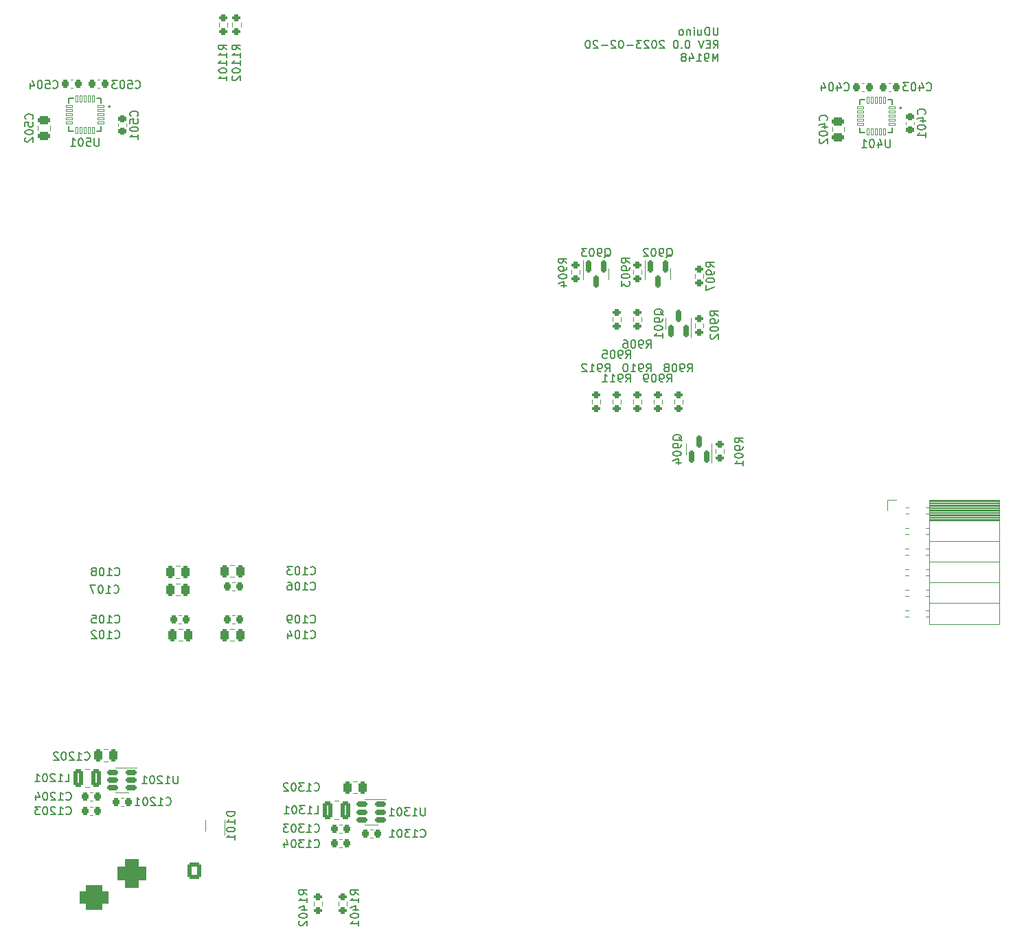
<source format=gbo>
G04 #@! TF.GenerationSoftware,KiCad,Pcbnew,(6.0.9)*
G04 #@! TF.CreationDate,2023-02-20T14:31:12-05:00*
G04 #@! TF.ProjectId,UDuino,55447569-6e6f-42e6-9b69-6361645f7063,rev?*
G04 #@! TF.SameCoordinates,Original*
G04 #@! TF.FileFunction,Legend,Bot*
G04 #@! TF.FilePolarity,Positive*
%FSLAX46Y46*%
G04 Gerber Fmt 4.6, Leading zero omitted, Abs format (unit mm)*
G04 Created by KiCad (PCBNEW (6.0.9)) date 2023-02-20 14:31:12*
%MOMM*%
%LPD*%
G01*
G04 APERTURE LIST*
G04 Aperture macros list*
%AMRoundRect*
0 Rectangle with rounded corners*
0 $1 Rounding radius*
0 $2 $3 $4 $5 $6 $7 $8 $9 X,Y pos of 4 corners*
0 Add a 4 corners polygon primitive as box body*
4,1,4,$2,$3,$4,$5,$6,$7,$8,$9,$2,$3,0*
0 Add four circle primitives for the rounded corners*
1,1,$1+$1,$2,$3*
1,1,$1+$1,$4,$5*
1,1,$1+$1,$6,$7*
1,1,$1+$1,$8,$9*
0 Add four rect primitives between the rounded corners*
20,1,$1+$1,$2,$3,$4,$5,0*
20,1,$1+$1,$4,$5,$6,$7,0*
20,1,$1+$1,$6,$7,$8,$9,0*
20,1,$1+$1,$8,$9,$2,$3,0*%
G04 Aperture macros list end*
%ADD10C,0.150000*%
%ADD11C,0.120000*%
%ADD12C,0.127000*%
%ADD13C,0.200000*%
%ADD14C,1.676400*%
%ADD15RoundRect,0.225000X-0.225000X-0.250000X0.225000X-0.250000X0.225000X0.250000X-0.225000X0.250000X0*%
%ADD16RoundRect,0.250000X0.250000X0.475000X-0.250000X0.475000X-0.250000X-0.475000X0.250000X-0.475000X0*%
%ADD17RoundRect,0.225000X0.225000X0.250000X-0.225000X0.250000X-0.225000X-0.250000X0.225000X-0.250000X0*%
%ADD18RoundRect,0.250000X-0.250000X-0.475000X0.250000X-0.475000X0.250000X0.475000X-0.250000X0.475000X0*%
%ADD19R,1.350000X1.350000*%
%ADD20C,1.350000*%
%ADD21R,1.700000X1.700000*%
%ADD22O,1.700000X1.700000*%
%ADD23R,3.000000X3.000000*%
%ADD24C,3.000000*%
%ADD25C,3.300000*%
%ADD26R,1.676400X1.676400*%
%ADD27C,1.200000*%
%ADD28RoundRect,0.250000X-0.600000X-0.750000X0.600000X-0.750000X0.600000X0.750000X-0.600000X0.750000X0*%
%ADD29O,1.700000X2.000000*%
%ADD30R,1.160000X1.160000*%
%ADD31C,1.160000*%
%ADD32R,3.500000X3.500000*%
%ADD33RoundRect,0.750000X1.000000X-0.750000X1.000000X0.750000X-1.000000X0.750000X-1.000000X-0.750000X0*%
%ADD34RoundRect,0.875000X0.875000X-0.875000X0.875000X0.875000X-0.875000X0.875000X-0.875000X-0.875000X0*%
%ADD35R,1.800000X1.800000*%
%ADD36C,1.800000*%
%ADD37C,4.050000*%
%ADD38C,0.600000*%
%ADD39O,0.900000X2.000000*%
%ADD40O,0.900000X1.700000*%
%ADD41RoundRect,0.200000X0.275000X-0.200000X0.275000X0.200000X-0.275000X0.200000X-0.275000X-0.200000X0*%
%ADD42RoundRect,0.225000X0.250000X-0.225000X0.250000X0.225000X-0.250000X0.225000X-0.250000X-0.225000X0*%
%ADD43RoundRect,0.200000X-0.275000X0.200000X-0.275000X-0.200000X0.275000X-0.200000X0.275000X0.200000X0*%
%ADD44RoundRect,0.250000X0.375000X0.850000X-0.375000X0.850000X-0.375000X-0.850000X0.375000X-0.850000X0*%
%ADD45RoundRect,0.150000X0.150000X-0.587500X0.150000X0.587500X-0.150000X0.587500X-0.150000X-0.587500X0*%
%ADD46RoundRect,0.150000X-0.150000X0.587500X-0.150000X-0.587500X0.150000X-0.587500X0.150000X0.587500X0*%
%ADD47RoundRect,0.007800X0.422200X0.122200X-0.422200X0.122200X-0.422200X-0.122200X0.422200X-0.122200X0*%
%ADD48RoundRect,0.007800X0.122200X-0.422200X0.122200X0.422200X-0.122200X0.422200X-0.122200X-0.422200X0*%
%ADD49R,2.000000X2.000000*%
%ADD50RoundRect,0.150000X0.512500X0.150000X-0.512500X0.150000X-0.512500X-0.150000X0.512500X-0.150000X0*%
%ADD51R,0.400000X0.650000*%
%ADD52RoundRect,0.250000X0.475000X-0.250000X0.475000X0.250000X-0.475000X0.250000X-0.475000X-0.250000X0*%
G04 APERTURE END LIST*
D10*
X88691404Y-7748380D02*
X88691404Y-8557904D01*
X88643785Y-8653142D01*
X88596166Y-8700761D01*
X88500928Y-8748380D01*
X88310452Y-8748380D01*
X88215214Y-8700761D01*
X88167595Y-8653142D01*
X88119976Y-8557904D01*
X88119976Y-7748380D01*
X87643785Y-8748380D02*
X87643785Y-7748380D01*
X87405690Y-7748380D01*
X87262833Y-7796000D01*
X87167595Y-7891238D01*
X87119976Y-7986476D01*
X87072357Y-8176952D01*
X87072357Y-8319809D01*
X87119976Y-8510285D01*
X87167595Y-8605523D01*
X87262833Y-8700761D01*
X87405690Y-8748380D01*
X87643785Y-8748380D01*
X86215214Y-8081714D02*
X86215214Y-8748380D01*
X86643785Y-8081714D02*
X86643785Y-8605523D01*
X86596166Y-8700761D01*
X86500928Y-8748380D01*
X86358071Y-8748380D01*
X86262833Y-8700761D01*
X86215214Y-8653142D01*
X85739023Y-8748380D02*
X85739023Y-8081714D01*
X85739023Y-7748380D02*
X85786642Y-7796000D01*
X85739023Y-7843619D01*
X85691404Y-7796000D01*
X85739023Y-7748380D01*
X85739023Y-7843619D01*
X85262833Y-8081714D02*
X85262833Y-8748380D01*
X85262833Y-8176952D02*
X85215214Y-8129333D01*
X85119976Y-8081714D01*
X84977119Y-8081714D01*
X84881880Y-8129333D01*
X84834261Y-8224571D01*
X84834261Y-8748380D01*
X84215214Y-8748380D02*
X84310452Y-8700761D01*
X84358071Y-8653142D01*
X84405690Y-8557904D01*
X84405690Y-8272190D01*
X84358071Y-8176952D01*
X84310452Y-8129333D01*
X84215214Y-8081714D01*
X84072357Y-8081714D01*
X83977119Y-8129333D01*
X83929500Y-8176952D01*
X83881880Y-8272190D01*
X83881880Y-8557904D01*
X83929500Y-8653142D01*
X83977119Y-8700761D01*
X84072357Y-8748380D01*
X84215214Y-8748380D01*
X88119976Y-10358380D02*
X88453309Y-9882190D01*
X88691404Y-10358380D02*
X88691404Y-9358380D01*
X88310452Y-9358380D01*
X88215214Y-9406000D01*
X88167595Y-9453619D01*
X88119976Y-9548857D01*
X88119976Y-9691714D01*
X88167595Y-9786952D01*
X88215214Y-9834571D01*
X88310452Y-9882190D01*
X88691404Y-9882190D01*
X87691404Y-9834571D02*
X87358071Y-9834571D01*
X87215214Y-10358380D02*
X87691404Y-10358380D01*
X87691404Y-9358380D01*
X87215214Y-9358380D01*
X86929500Y-9358380D02*
X86596166Y-10358380D01*
X86262833Y-9358380D01*
X84977119Y-9358380D02*
X84881880Y-9358380D01*
X84786642Y-9406000D01*
X84739023Y-9453619D01*
X84691404Y-9548857D01*
X84643785Y-9739333D01*
X84643785Y-9977428D01*
X84691404Y-10167904D01*
X84739023Y-10263142D01*
X84786642Y-10310761D01*
X84881880Y-10358380D01*
X84977119Y-10358380D01*
X85072357Y-10310761D01*
X85119976Y-10263142D01*
X85167595Y-10167904D01*
X85215214Y-9977428D01*
X85215214Y-9739333D01*
X85167595Y-9548857D01*
X85119976Y-9453619D01*
X85072357Y-9406000D01*
X84977119Y-9358380D01*
X84215214Y-10263142D02*
X84167595Y-10310761D01*
X84215214Y-10358380D01*
X84262833Y-10310761D01*
X84215214Y-10263142D01*
X84215214Y-10358380D01*
X83548547Y-9358380D02*
X83453309Y-9358380D01*
X83358071Y-9406000D01*
X83310452Y-9453619D01*
X83262833Y-9548857D01*
X83215214Y-9739333D01*
X83215214Y-9977428D01*
X83262833Y-10167904D01*
X83310452Y-10263142D01*
X83358071Y-10310761D01*
X83453309Y-10358380D01*
X83548547Y-10358380D01*
X83643785Y-10310761D01*
X83691404Y-10263142D01*
X83739023Y-10167904D01*
X83786642Y-9977428D01*
X83786642Y-9739333D01*
X83739023Y-9548857D01*
X83691404Y-9453619D01*
X83643785Y-9406000D01*
X83548547Y-9358380D01*
X82072357Y-9453619D02*
X82024738Y-9406000D01*
X81929500Y-9358380D01*
X81691404Y-9358380D01*
X81596166Y-9406000D01*
X81548547Y-9453619D01*
X81500928Y-9548857D01*
X81500928Y-9644095D01*
X81548547Y-9786952D01*
X82119976Y-10358380D01*
X81500928Y-10358380D01*
X80881880Y-9358380D02*
X80786642Y-9358380D01*
X80691404Y-9406000D01*
X80643785Y-9453619D01*
X80596166Y-9548857D01*
X80548547Y-9739333D01*
X80548547Y-9977428D01*
X80596166Y-10167904D01*
X80643785Y-10263142D01*
X80691404Y-10310761D01*
X80786642Y-10358380D01*
X80881880Y-10358380D01*
X80977119Y-10310761D01*
X81024738Y-10263142D01*
X81072357Y-10167904D01*
X81119976Y-9977428D01*
X81119976Y-9739333D01*
X81072357Y-9548857D01*
X81024738Y-9453619D01*
X80977119Y-9406000D01*
X80881880Y-9358380D01*
X80167595Y-9453619D02*
X80119976Y-9406000D01*
X80024738Y-9358380D01*
X79786642Y-9358380D01*
X79691404Y-9406000D01*
X79643785Y-9453619D01*
X79596166Y-9548857D01*
X79596166Y-9644095D01*
X79643785Y-9786952D01*
X80215214Y-10358380D01*
X79596166Y-10358380D01*
X79262833Y-9358380D02*
X78643785Y-9358380D01*
X78977119Y-9739333D01*
X78834261Y-9739333D01*
X78739023Y-9786952D01*
X78691404Y-9834571D01*
X78643785Y-9929809D01*
X78643785Y-10167904D01*
X78691404Y-10263142D01*
X78739023Y-10310761D01*
X78834261Y-10358380D01*
X79119976Y-10358380D01*
X79215214Y-10310761D01*
X79262833Y-10263142D01*
X78215214Y-9977428D02*
X77453309Y-9977428D01*
X76786642Y-9358380D02*
X76691404Y-9358380D01*
X76596166Y-9406000D01*
X76548547Y-9453619D01*
X76500928Y-9548857D01*
X76453309Y-9739333D01*
X76453309Y-9977428D01*
X76500928Y-10167904D01*
X76548547Y-10263142D01*
X76596166Y-10310761D01*
X76691404Y-10358380D01*
X76786642Y-10358380D01*
X76881880Y-10310761D01*
X76929500Y-10263142D01*
X76977119Y-10167904D01*
X77024738Y-9977428D01*
X77024738Y-9739333D01*
X76977119Y-9548857D01*
X76929500Y-9453619D01*
X76881880Y-9406000D01*
X76786642Y-9358380D01*
X76072357Y-9453619D02*
X76024738Y-9406000D01*
X75929500Y-9358380D01*
X75691404Y-9358380D01*
X75596166Y-9406000D01*
X75548547Y-9453619D01*
X75500928Y-9548857D01*
X75500928Y-9644095D01*
X75548547Y-9786952D01*
X76119976Y-10358380D01*
X75500928Y-10358380D01*
X75072357Y-9977428D02*
X74310452Y-9977428D01*
X73881880Y-9453619D02*
X73834261Y-9406000D01*
X73739023Y-9358380D01*
X73500928Y-9358380D01*
X73405690Y-9406000D01*
X73358071Y-9453619D01*
X73310452Y-9548857D01*
X73310452Y-9644095D01*
X73358071Y-9786952D01*
X73929500Y-10358380D01*
X73310452Y-10358380D01*
X72691404Y-9358380D02*
X72596166Y-9358380D01*
X72500928Y-9406000D01*
X72453309Y-9453619D01*
X72405690Y-9548857D01*
X72358071Y-9739333D01*
X72358071Y-9977428D01*
X72405690Y-10167904D01*
X72453309Y-10263142D01*
X72500928Y-10310761D01*
X72596166Y-10358380D01*
X72691404Y-10358380D01*
X72786642Y-10310761D01*
X72834261Y-10263142D01*
X72881880Y-10167904D01*
X72929500Y-9977428D01*
X72929500Y-9739333D01*
X72881880Y-9548857D01*
X72834261Y-9453619D01*
X72786642Y-9406000D01*
X72691404Y-9358380D01*
X88691404Y-11968380D02*
X88691404Y-10968380D01*
X88358071Y-11682666D01*
X88024738Y-10968380D01*
X88024738Y-11968380D01*
X87500928Y-11968380D02*
X87310452Y-11968380D01*
X87215214Y-11920761D01*
X87167595Y-11873142D01*
X87072357Y-11730285D01*
X87024738Y-11539809D01*
X87024738Y-11158857D01*
X87072357Y-11063619D01*
X87119976Y-11016000D01*
X87215214Y-10968380D01*
X87405690Y-10968380D01*
X87500928Y-11016000D01*
X87548547Y-11063619D01*
X87596166Y-11158857D01*
X87596166Y-11396952D01*
X87548547Y-11492190D01*
X87500928Y-11539809D01*
X87405690Y-11587428D01*
X87215214Y-11587428D01*
X87119976Y-11539809D01*
X87072357Y-11492190D01*
X87024738Y-11396952D01*
X86072357Y-11968380D02*
X86643785Y-11968380D01*
X86358071Y-11968380D02*
X86358071Y-10968380D01*
X86453309Y-11111238D01*
X86548547Y-11206476D01*
X86643785Y-11254095D01*
X85215214Y-11301714D02*
X85215214Y-11968380D01*
X85453309Y-10920761D02*
X85691404Y-11635047D01*
X85072357Y-11635047D01*
X84548547Y-11396952D02*
X84643785Y-11349333D01*
X84691404Y-11301714D01*
X84739023Y-11206476D01*
X84739023Y-11158857D01*
X84691404Y-11063619D01*
X84643785Y-11016000D01*
X84548547Y-10968380D01*
X84358071Y-10968380D01*
X84262833Y-11016000D01*
X84215214Y-11063619D01*
X84167595Y-11158857D01*
X84167595Y-11206476D01*
X84215214Y-11301714D01*
X84262833Y-11349333D01*
X84358071Y-11396952D01*
X84548547Y-11396952D01*
X84643785Y-11444571D01*
X84691404Y-11492190D01*
X84739023Y-11587428D01*
X84739023Y-11777904D01*
X84691404Y-11873142D01*
X84643785Y-11920761D01*
X84548547Y-11968380D01*
X84358071Y-11968380D01*
X84262833Y-11920761D01*
X84215214Y-11873142D01*
X84167595Y-11777904D01*
X84167595Y-11587428D01*
X84215214Y-11492190D01*
X84262833Y-11444571D01*
X84358071Y-11396952D01*
X38457047Y-81129142D02*
X38504666Y-81176761D01*
X38647523Y-81224380D01*
X38742761Y-81224380D01*
X38885619Y-81176761D01*
X38980857Y-81081523D01*
X39028476Y-80986285D01*
X39076095Y-80795809D01*
X39076095Y-80652952D01*
X39028476Y-80462476D01*
X38980857Y-80367238D01*
X38885619Y-80272000D01*
X38742761Y-80224380D01*
X38647523Y-80224380D01*
X38504666Y-80272000D01*
X38457047Y-80319619D01*
X37504666Y-81224380D02*
X38076095Y-81224380D01*
X37790380Y-81224380D02*
X37790380Y-80224380D01*
X37885619Y-80367238D01*
X37980857Y-80462476D01*
X38076095Y-80510095D01*
X36885619Y-80224380D02*
X36790380Y-80224380D01*
X36695142Y-80272000D01*
X36647523Y-80319619D01*
X36599904Y-80414857D01*
X36552285Y-80605333D01*
X36552285Y-80843428D01*
X36599904Y-81033904D01*
X36647523Y-81129142D01*
X36695142Y-81176761D01*
X36790380Y-81224380D01*
X36885619Y-81224380D01*
X36980857Y-81176761D01*
X37028476Y-81129142D01*
X37076095Y-81033904D01*
X37123714Y-80843428D01*
X37123714Y-80605333D01*
X37076095Y-80414857D01*
X37028476Y-80319619D01*
X36980857Y-80272000D01*
X36885619Y-80224380D01*
X36076095Y-81224380D02*
X35885619Y-81224380D01*
X35790380Y-81176761D01*
X35742761Y-81129142D01*
X35647523Y-80986285D01*
X35599904Y-80795809D01*
X35599904Y-80414857D01*
X35647523Y-80319619D01*
X35695142Y-80272000D01*
X35790380Y-80224380D01*
X35980857Y-80224380D01*
X36076095Y-80272000D01*
X36123714Y-80319619D01*
X36171333Y-80414857D01*
X36171333Y-80652952D01*
X36123714Y-80748190D01*
X36076095Y-80795809D01*
X35980857Y-80843428D01*
X35790380Y-80843428D01*
X35695142Y-80795809D01*
X35647523Y-80748190D01*
X35599904Y-80652952D01*
X14327047Y-75287142D02*
X14374666Y-75334761D01*
X14517523Y-75382380D01*
X14612761Y-75382380D01*
X14755619Y-75334761D01*
X14850857Y-75239523D01*
X14898476Y-75144285D01*
X14946095Y-74953809D01*
X14946095Y-74810952D01*
X14898476Y-74620476D01*
X14850857Y-74525238D01*
X14755619Y-74430000D01*
X14612761Y-74382380D01*
X14517523Y-74382380D01*
X14374666Y-74430000D01*
X14327047Y-74477619D01*
X13374666Y-75382380D02*
X13946095Y-75382380D01*
X13660380Y-75382380D02*
X13660380Y-74382380D01*
X13755619Y-74525238D01*
X13850857Y-74620476D01*
X13946095Y-74668095D01*
X12755619Y-74382380D02*
X12660380Y-74382380D01*
X12565142Y-74430000D01*
X12517523Y-74477619D01*
X12469904Y-74572857D01*
X12422285Y-74763333D01*
X12422285Y-75001428D01*
X12469904Y-75191904D01*
X12517523Y-75287142D01*
X12565142Y-75334761D01*
X12660380Y-75382380D01*
X12755619Y-75382380D01*
X12850857Y-75334761D01*
X12898476Y-75287142D01*
X12946095Y-75191904D01*
X12993714Y-75001428D01*
X12993714Y-74763333D01*
X12946095Y-74572857D01*
X12898476Y-74477619D01*
X12850857Y-74430000D01*
X12755619Y-74382380D01*
X11850857Y-74810952D02*
X11946095Y-74763333D01*
X11993714Y-74715714D01*
X12041333Y-74620476D01*
X12041333Y-74572857D01*
X11993714Y-74477619D01*
X11946095Y-74430000D01*
X11850857Y-74382380D01*
X11660380Y-74382380D01*
X11565142Y-74430000D01*
X11517523Y-74477619D01*
X11469904Y-74572857D01*
X11469904Y-74620476D01*
X11517523Y-74715714D01*
X11565142Y-74763333D01*
X11660380Y-74810952D01*
X11850857Y-74810952D01*
X11946095Y-74858571D01*
X11993714Y-74906190D01*
X12041333Y-75001428D01*
X12041333Y-75191904D01*
X11993714Y-75287142D01*
X11946095Y-75334761D01*
X11850857Y-75382380D01*
X11660380Y-75382380D01*
X11565142Y-75334761D01*
X11517523Y-75287142D01*
X11469904Y-75191904D01*
X11469904Y-75001428D01*
X11517523Y-74906190D01*
X11565142Y-74858571D01*
X11660380Y-74810952D01*
X14200047Y-77446142D02*
X14247666Y-77493761D01*
X14390523Y-77541380D01*
X14485761Y-77541380D01*
X14628619Y-77493761D01*
X14723857Y-77398523D01*
X14771476Y-77303285D01*
X14819095Y-77112809D01*
X14819095Y-76969952D01*
X14771476Y-76779476D01*
X14723857Y-76684238D01*
X14628619Y-76589000D01*
X14485761Y-76541380D01*
X14390523Y-76541380D01*
X14247666Y-76589000D01*
X14200047Y-76636619D01*
X13247666Y-77541380D02*
X13819095Y-77541380D01*
X13533380Y-77541380D02*
X13533380Y-76541380D01*
X13628619Y-76684238D01*
X13723857Y-76779476D01*
X13819095Y-76827095D01*
X12628619Y-76541380D02*
X12533380Y-76541380D01*
X12438142Y-76589000D01*
X12390523Y-76636619D01*
X12342904Y-76731857D01*
X12295285Y-76922333D01*
X12295285Y-77160428D01*
X12342904Y-77350904D01*
X12390523Y-77446142D01*
X12438142Y-77493761D01*
X12533380Y-77541380D01*
X12628619Y-77541380D01*
X12723857Y-77493761D01*
X12771476Y-77446142D01*
X12819095Y-77350904D01*
X12866714Y-77160428D01*
X12866714Y-76922333D01*
X12819095Y-76731857D01*
X12771476Y-76636619D01*
X12723857Y-76589000D01*
X12628619Y-76541380D01*
X11961952Y-76541380D02*
X11295285Y-76541380D01*
X11723857Y-77541380D01*
X38457047Y-77065142D02*
X38504666Y-77112761D01*
X38647523Y-77160380D01*
X38742761Y-77160380D01*
X38885619Y-77112761D01*
X38980857Y-77017523D01*
X39028476Y-76922285D01*
X39076095Y-76731809D01*
X39076095Y-76588952D01*
X39028476Y-76398476D01*
X38980857Y-76303238D01*
X38885619Y-76208000D01*
X38742761Y-76160380D01*
X38647523Y-76160380D01*
X38504666Y-76208000D01*
X38457047Y-76255619D01*
X37504666Y-77160380D02*
X38076095Y-77160380D01*
X37790380Y-77160380D02*
X37790380Y-76160380D01*
X37885619Y-76303238D01*
X37980857Y-76398476D01*
X38076095Y-76446095D01*
X36885619Y-76160380D02*
X36790380Y-76160380D01*
X36695142Y-76208000D01*
X36647523Y-76255619D01*
X36599904Y-76350857D01*
X36552285Y-76541333D01*
X36552285Y-76779428D01*
X36599904Y-76969904D01*
X36647523Y-77065142D01*
X36695142Y-77112761D01*
X36790380Y-77160380D01*
X36885619Y-77160380D01*
X36980857Y-77112761D01*
X37028476Y-77065142D01*
X37076095Y-76969904D01*
X37123714Y-76779428D01*
X37123714Y-76541333D01*
X37076095Y-76350857D01*
X37028476Y-76255619D01*
X36980857Y-76208000D01*
X36885619Y-76160380D01*
X35695142Y-76160380D02*
X35885619Y-76160380D01*
X35980857Y-76208000D01*
X36028476Y-76255619D01*
X36123714Y-76398476D01*
X36171333Y-76588952D01*
X36171333Y-76969904D01*
X36123714Y-77065142D01*
X36076095Y-77112761D01*
X35980857Y-77160380D01*
X35790380Y-77160380D01*
X35695142Y-77112761D01*
X35647523Y-77065142D01*
X35599904Y-76969904D01*
X35599904Y-76731809D01*
X35647523Y-76636571D01*
X35695142Y-76588952D01*
X35790380Y-76541333D01*
X35980857Y-76541333D01*
X36076095Y-76588952D01*
X36123714Y-76636571D01*
X36171333Y-76731809D01*
X14327047Y-81129142D02*
X14374666Y-81176761D01*
X14517523Y-81224380D01*
X14612761Y-81224380D01*
X14755619Y-81176761D01*
X14850857Y-81081523D01*
X14898476Y-80986285D01*
X14946095Y-80795809D01*
X14946095Y-80652952D01*
X14898476Y-80462476D01*
X14850857Y-80367238D01*
X14755619Y-80272000D01*
X14612761Y-80224380D01*
X14517523Y-80224380D01*
X14374666Y-80272000D01*
X14327047Y-80319619D01*
X13374666Y-81224380D02*
X13946095Y-81224380D01*
X13660380Y-81224380D02*
X13660380Y-80224380D01*
X13755619Y-80367238D01*
X13850857Y-80462476D01*
X13946095Y-80510095D01*
X12755619Y-80224380D02*
X12660380Y-80224380D01*
X12565142Y-80272000D01*
X12517523Y-80319619D01*
X12469904Y-80414857D01*
X12422285Y-80605333D01*
X12422285Y-80843428D01*
X12469904Y-81033904D01*
X12517523Y-81129142D01*
X12565142Y-81176761D01*
X12660380Y-81224380D01*
X12755619Y-81224380D01*
X12850857Y-81176761D01*
X12898476Y-81129142D01*
X12946095Y-81033904D01*
X12993714Y-80843428D01*
X12993714Y-80605333D01*
X12946095Y-80414857D01*
X12898476Y-80319619D01*
X12850857Y-80272000D01*
X12755619Y-80224380D01*
X11517523Y-80224380D02*
X11993714Y-80224380D01*
X12041333Y-80700571D01*
X11993714Y-80652952D01*
X11898476Y-80605333D01*
X11660380Y-80605333D01*
X11565142Y-80652952D01*
X11517523Y-80700571D01*
X11469904Y-80795809D01*
X11469904Y-81033904D01*
X11517523Y-81129142D01*
X11565142Y-81176761D01*
X11660380Y-81224380D01*
X11898476Y-81224380D01*
X11993714Y-81176761D01*
X12041333Y-81129142D01*
X38457047Y-83034142D02*
X38504666Y-83081761D01*
X38647523Y-83129380D01*
X38742761Y-83129380D01*
X38885619Y-83081761D01*
X38980857Y-82986523D01*
X39028476Y-82891285D01*
X39076095Y-82700809D01*
X39076095Y-82557952D01*
X39028476Y-82367476D01*
X38980857Y-82272238D01*
X38885619Y-82177000D01*
X38742761Y-82129380D01*
X38647523Y-82129380D01*
X38504666Y-82177000D01*
X38457047Y-82224619D01*
X37504666Y-83129380D02*
X38076095Y-83129380D01*
X37790380Y-83129380D02*
X37790380Y-82129380D01*
X37885619Y-82272238D01*
X37980857Y-82367476D01*
X38076095Y-82415095D01*
X36885619Y-82129380D02*
X36790380Y-82129380D01*
X36695142Y-82177000D01*
X36647523Y-82224619D01*
X36599904Y-82319857D01*
X36552285Y-82510333D01*
X36552285Y-82748428D01*
X36599904Y-82938904D01*
X36647523Y-83034142D01*
X36695142Y-83081761D01*
X36790380Y-83129380D01*
X36885619Y-83129380D01*
X36980857Y-83081761D01*
X37028476Y-83034142D01*
X37076095Y-82938904D01*
X37123714Y-82748428D01*
X37123714Y-82510333D01*
X37076095Y-82319857D01*
X37028476Y-82224619D01*
X36980857Y-82177000D01*
X36885619Y-82129380D01*
X35695142Y-82462714D02*
X35695142Y-83129380D01*
X35933238Y-82081761D02*
X36171333Y-82796047D01*
X35552285Y-82796047D01*
X38457047Y-75160142D02*
X38504666Y-75207761D01*
X38647523Y-75255380D01*
X38742761Y-75255380D01*
X38885619Y-75207761D01*
X38980857Y-75112523D01*
X39028476Y-75017285D01*
X39076095Y-74826809D01*
X39076095Y-74683952D01*
X39028476Y-74493476D01*
X38980857Y-74398238D01*
X38885619Y-74303000D01*
X38742761Y-74255380D01*
X38647523Y-74255380D01*
X38504666Y-74303000D01*
X38457047Y-74350619D01*
X37504666Y-75255380D02*
X38076095Y-75255380D01*
X37790380Y-75255380D02*
X37790380Y-74255380D01*
X37885619Y-74398238D01*
X37980857Y-74493476D01*
X38076095Y-74541095D01*
X36885619Y-74255380D02*
X36790380Y-74255380D01*
X36695142Y-74303000D01*
X36647523Y-74350619D01*
X36599904Y-74445857D01*
X36552285Y-74636333D01*
X36552285Y-74874428D01*
X36599904Y-75064904D01*
X36647523Y-75160142D01*
X36695142Y-75207761D01*
X36790380Y-75255380D01*
X36885619Y-75255380D01*
X36980857Y-75207761D01*
X37028476Y-75160142D01*
X37076095Y-75064904D01*
X37123714Y-74874428D01*
X37123714Y-74636333D01*
X37076095Y-74445857D01*
X37028476Y-74350619D01*
X36980857Y-74303000D01*
X36885619Y-74255380D01*
X36218952Y-74255380D02*
X35599904Y-74255380D01*
X35933238Y-74636333D01*
X35790380Y-74636333D01*
X35695142Y-74683952D01*
X35647523Y-74731571D01*
X35599904Y-74826809D01*
X35599904Y-75064904D01*
X35647523Y-75160142D01*
X35695142Y-75207761D01*
X35790380Y-75255380D01*
X36076095Y-75255380D01*
X36171333Y-75207761D01*
X36218952Y-75160142D01*
X14327047Y-83034142D02*
X14374666Y-83081761D01*
X14517523Y-83129380D01*
X14612761Y-83129380D01*
X14755619Y-83081761D01*
X14850857Y-82986523D01*
X14898476Y-82891285D01*
X14946095Y-82700809D01*
X14946095Y-82557952D01*
X14898476Y-82367476D01*
X14850857Y-82272238D01*
X14755619Y-82177000D01*
X14612761Y-82129380D01*
X14517523Y-82129380D01*
X14374666Y-82177000D01*
X14327047Y-82224619D01*
X13374666Y-83129380D02*
X13946095Y-83129380D01*
X13660380Y-83129380D02*
X13660380Y-82129380D01*
X13755619Y-82272238D01*
X13850857Y-82367476D01*
X13946095Y-82415095D01*
X12755619Y-82129380D02*
X12660380Y-82129380D01*
X12565142Y-82177000D01*
X12517523Y-82224619D01*
X12469904Y-82319857D01*
X12422285Y-82510333D01*
X12422285Y-82748428D01*
X12469904Y-82938904D01*
X12517523Y-83034142D01*
X12565142Y-83081761D01*
X12660380Y-83129380D01*
X12755619Y-83129380D01*
X12850857Y-83081761D01*
X12898476Y-83034142D01*
X12946095Y-82938904D01*
X12993714Y-82748428D01*
X12993714Y-82510333D01*
X12946095Y-82319857D01*
X12898476Y-82224619D01*
X12850857Y-82177000D01*
X12755619Y-82129380D01*
X12041333Y-82224619D02*
X11993714Y-82177000D01*
X11898476Y-82129380D01*
X11660380Y-82129380D01*
X11565142Y-82177000D01*
X11517523Y-82224619D01*
X11469904Y-82319857D01*
X11469904Y-82415095D01*
X11517523Y-82557952D01*
X12088952Y-83129380D01*
X11469904Y-83129380D01*
X16867047Y-15216142D02*
X16914666Y-15263761D01*
X17057523Y-15311380D01*
X17152761Y-15311380D01*
X17295619Y-15263761D01*
X17390857Y-15168523D01*
X17438476Y-15073285D01*
X17486095Y-14882809D01*
X17486095Y-14739952D01*
X17438476Y-14549476D01*
X17390857Y-14454238D01*
X17295619Y-14359000D01*
X17152761Y-14311380D01*
X17057523Y-14311380D01*
X16914666Y-14359000D01*
X16867047Y-14406619D01*
X15962285Y-14311380D02*
X16438476Y-14311380D01*
X16486095Y-14787571D01*
X16438476Y-14739952D01*
X16343238Y-14692333D01*
X16105142Y-14692333D01*
X16009904Y-14739952D01*
X15962285Y-14787571D01*
X15914666Y-14882809D01*
X15914666Y-15120904D01*
X15962285Y-15216142D01*
X16009904Y-15263761D01*
X16105142Y-15311380D01*
X16343238Y-15311380D01*
X16438476Y-15263761D01*
X16486095Y-15216142D01*
X15295619Y-14311380D02*
X15200380Y-14311380D01*
X15105142Y-14359000D01*
X15057523Y-14406619D01*
X15009904Y-14501857D01*
X14962285Y-14692333D01*
X14962285Y-14930428D01*
X15009904Y-15120904D01*
X15057523Y-15216142D01*
X15105142Y-15263761D01*
X15200380Y-15311380D01*
X15295619Y-15311380D01*
X15390857Y-15263761D01*
X15438476Y-15216142D01*
X15486095Y-15120904D01*
X15533714Y-14930428D01*
X15533714Y-14692333D01*
X15486095Y-14501857D01*
X15438476Y-14406619D01*
X15390857Y-14359000D01*
X15295619Y-14311380D01*
X14628952Y-14311380D02*
X14009904Y-14311380D01*
X14343238Y-14692333D01*
X14200380Y-14692333D01*
X14105142Y-14739952D01*
X14057523Y-14787571D01*
X14009904Y-14882809D01*
X14009904Y-15120904D01*
X14057523Y-15216142D01*
X14105142Y-15263761D01*
X14200380Y-15311380D01*
X14486095Y-15311380D01*
X14581333Y-15263761D01*
X14628952Y-15216142D01*
X8326238Y-102973142D02*
X8373857Y-103020761D01*
X8516714Y-103068380D01*
X8611952Y-103068380D01*
X8754809Y-103020761D01*
X8850047Y-102925523D01*
X8897666Y-102830285D01*
X8945285Y-102639809D01*
X8945285Y-102496952D01*
X8897666Y-102306476D01*
X8850047Y-102211238D01*
X8754809Y-102116000D01*
X8611952Y-102068380D01*
X8516714Y-102068380D01*
X8373857Y-102116000D01*
X8326238Y-102163619D01*
X7373857Y-103068380D02*
X7945285Y-103068380D01*
X7659571Y-103068380D02*
X7659571Y-102068380D01*
X7754809Y-102211238D01*
X7850047Y-102306476D01*
X7945285Y-102354095D01*
X6992904Y-102163619D02*
X6945285Y-102116000D01*
X6850047Y-102068380D01*
X6611952Y-102068380D01*
X6516714Y-102116000D01*
X6469095Y-102163619D01*
X6421476Y-102258857D01*
X6421476Y-102354095D01*
X6469095Y-102496952D01*
X7040523Y-103068380D01*
X6421476Y-103068380D01*
X5802428Y-102068380D02*
X5707190Y-102068380D01*
X5611952Y-102116000D01*
X5564333Y-102163619D01*
X5516714Y-102258857D01*
X5469095Y-102449333D01*
X5469095Y-102687428D01*
X5516714Y-102877904D01*
X5564333Y-102973142D01*
X5611952Y-103020761D01*
X5707190Y-103068380D01*
X5802428Y-103068380D01*
X5897666Y-103020761D01*
X5945285Y-102973142D01*
X5992904Y-102877904D01*
X6040523Y-102687428D01*
X6040523Y-102449333D01*
X5992904Y-102258857D01*
X5945285Y-102163619D01*
X5897666Y-102116000D01*
X5802428Y-102068380D01*
X4611952Y-102401714D02*
X4611952Y-103068380D01*
X4850047Y-102020761D02*
X5088142Y-102735047D01*
X4469095Y-102735047D01*
X28138380Y-10532761D02*
X27662190Y-10199428D01*
X28138380Y-9961333D02*
X27138380Y-9961333D01*
X27138380Y-10342285D01*
X27186000Y-10437523D01*
X27233619Y-10485142D01*
X27328857Y-10532761D01*
X27471714Y-10532761D01*
X27566952Y-10485142D01*
X27614571Y-10437523D01*
X27662190Y-10342285D01*
X27662190Y-9961333D01*
X28138380Y-11485142D02*
X28138380Y-10913714D01*
X28138380Y-11199428D02*
X27138380Y-11199428D01*
X27281238Y-11104190D01*
X27376476Y-11008952D01*
X27424095Y-10913714D01*
X28138380Y-12437523D02*
X28138380Y-11866095D01*
X28138380Y-12151809D02*
X27138380Y-12151809D01*
X27281238Y-12056571D01*
X27376476Y-11961333D01*
X27424095Y-11866095D01*
X27138380Y-13056571D02*
X27138380Y-13151809D01*
X27186000Y-13247047D01*
X27233619Y-13294666D01*
X27328857Y-13342285D01*
X27519333Y-13389904D01*
X27757428Y-13389904D01*
X27947904Y-13342285D01*
X28043142Y-13294666D01*
X28090761Y-13247047D01*
X28138380Y-13151809D01*
X28138380Y-13056571D01*
X28090761Y-12961333D01*
X28043142Y-12913714D01*
X27947904Y-12866095D01*
X27757428Y-12818476D01*
X27519333Y-12818476D01*
X27328857Y-12866095D01*
X27233619Y-12913714D01*
X27186000Y-12961333D01*
X27138380Y-13056571D01*
X28138380Y-14342285D02*
X28138380Y-13770857D01*
X28138380Y-14056571D02*
X27138380Y-14056571D01*
X27281238Y-13961333D01*
X27376476Y-13866095D01*
X27424095Y-13770857D01*
X10612238Y-98020142D02*
X10659857Y-98067761D01*
X10802714Y-98115380D01*
X10897952Y-98115380D01*
X11040809Y-98067761D01*
X11136047Y-97972523D01*
X11183666Y-97877285D01*
X11231285Y-97686809D01*
X11231285Y-97543952D01*
X11183666Y-97353476D01*
X11136047Y-97258238D01*
X11040809Y-97163000D01*
X10897952Y-97115380D01*
X10802714Y-97115380D01*
X10659857Y-97163000D01*
X10612238Y-97210619D01*
X9659857Y-98115380D02*
X10231285Y-98115380D01*
X9945571Y-98115380D02*
X9945571Y-97115380D01*
X10040809Y-97258238D01*
X10136047Y-97353476D01*
X10231285Y-97401095D01*
X9278904Y-97210619D02*
X9231285Y-97163000D01*
X9136047Y-97115380D01*
X8897952Y-97115380D01*
X8802714Y-97163000D01*
X8755095Y-97210619D01*
X8707476Y-97305857D01*
X8707476Y-97401095D01*
X8755095Y-97543952D01*
X9326523Y-98115380D01*
X8707476Y-98115380D01*
X8088428Y-97115380D02*
X7993190Y-97115380D01*
X7897952Y-97163000D01*
X7850333Y-97210619D01*
X7802714Y-97305857D01*
X7755095Y-97496333D01*
X7755095Y-97734428D01*
X7802714Y-97924904D01*
X7850333Y-98020142D01*
X7897952Y-98067761D01*
X7993190Y-98115380D01*
X8088428Y-98115380D01*
X8183666Y-98067761D01*
X8231285Y-98020142D01*
X8278904Y-97924904D01*
X8326523Y-97734428D01*
X8326523Y-97496333D01*
X8278904Y-97305857D01*
X8231285Y-97210619D01*
X8183666Y-97163000D01*
X8088428Y-97115380D01*
X7374142Y-97210619D02*
X7326523Y-97163000D01*
X7231285Y-97115380D01*
X6993190Y-97115380D01*
X6897952Y-97163000D01*
X6850333Y-97210619D01*
X6802714Y-97305857D01*
X6802714Y-97401095D01*
X6850333Y-97543952D01*
X7421761Y-98115380D01*
X6802714Y-98115380D01*
X6707047Y-15216142D02*
X6754666Y-15263761D01*
X6897523Y-15311380D01*
X6992761Y-15311380D01*
X7135619Y-15263761D01*
X7230857Y-15168523D01*
X7278476Y-15073285D01*
X7326095Y-14882809D01*
X7326095Y-14739952D01*
X7278476Y-14549476D01*
X7230857Y-14454238D01*
X7135619Y-14359000D01*
X6992761Y-14311380D01*
X6897523Y-14311380D01*
X6754666Y-14359000D01*
X6707047Y-14406619D01*
X5802285Y-14311380D02*
X6278476Y-14311380D01*
X6326095Y-14787571D01*
X6278476Y-14739952D01*
X6183238Y-14692333D01*
X5945142Y-14692333D01*
X5849904Y-14739952D01*
X5802285Y-14787571D01*
X5754666Y-14882809D01*
X5754666Y-15120904D01*
X5802285Y-15216142D01*
X5849904Y-15263761D01*
X5945142Y-15311380D01*
X6183238Y-15311380D01*
X6278476Y-15263761D01*
X6326095Y-15216142D01*
X5135619Y-14311380D02*
X5040380Y-14311380D01*
X4945142Y-14359000D01*
X4897523Y-14406619D01*
X4849904Y-14501857D01*
X4802285Y-14692333D01*
X4802285Y-14930428D01*
X4849904Y-15120904D01*
X4897523Y-15216142D01*
X4945142Y-15263761D01*
X5040380Y-15311380D01*
X5135619Y-15311380D01*
X5230857Y-15263761D01*
X5278476Y-15216142D01*
X5326095Y-15120904D01*
X5373714Y-14930428D01*
X5373714Y-14692333D01*
X5326095Y-14501857D01*
X5278476Y-14406619D01*
X5230857Y-14359000D01*
X5135619Y-14311380D01*
X3945142Y-14644714D02*
X3945142Y-15311380D01*
X4183238Y-14263761D02*
X4421333Y-14978047D01*
X3802285Y-14978047D01*
X38933238Y-101830142D02*
X38980857Y-101877761D01*
X39123714Y-101925380D01*
X39218952Y-101925380D01*
X39361809Y-101877761D01*
X39457047Y-101782523D01*
X39504666Y-101687285D01*
X39552285Y-101496809D01*
X39552285Y-101353952D01*
X39504666Y-101163476D01*
X39457047Y-101068238D01*
X39361809Y-100973000D01*
X39218952Y-100925380D01*
X39123714Y-100925380D01*
X38980857Y-100973000D01*
X38933238Y-101020619D01*
X37980857Y-101925380D02*
X38552285Y-101925380D01*
X38266571Y-101925380D02*
X38266571Y-100925380D01*
X38361809Y-101068238D01*
X38457047Y-101163476D01*
X38552285Y-101211095D01*
X37647523Y-100925380D02*
X37028476Y-100925380D01*
X37361809Y-101306333D01*
X37218952Y-101306333D01*
X37123714Y-101353952D01*
X37076095Y-101401571D01*
X37028476Y-101496809D01*
X37028476Y-101734904D01*
X37076095Y-101830142D01*
X37123714Y-101877761D01*
X37218952Y-101925380D01*
X37504666Y-101925380D01*
X37599904Y-101877761D01*
X37647523Y-101830142D01*
X36409428Y-100925380D02*
X36314190Y-100925380D01*
X36218952Y-100973000D01*
X36171333Y-101020619D01*
X36123714Y-101115857D01*
X36076095Y-101306333D01*
X36076095Y-101544428D01*
X36123714Y-101734904D01*
X36171333Y-101830142D01*
X36218952Y-101877761D01*
X36314190Y-101925380D01*
X36409428Y-101925380D01*
X36504666Y-101877761D01*
X36552285Y-101830142D01*
X36599904Y-101734904D01*
X36647523Y-101544428D01*
X36647523Y-101306333D01*
X36599904Y-101115857D01*
X36552285Y-101020619D01*
X36504666Y-100973000D01*
X36409428Y-100925380D01*
X35695142Y-101020619D02*
X35647523Y-100973000D01*
X35552285Y-100925380D01*
X35314190Y-100925380D01*
X35218952Y-100973000D01*
X35171333Y-101020619D01*
X35123714Y-101115857D01*
X35123714Y-101211095D01*
X35171333Y-101353952D01*
X35742761Y-101925380D01*
X35123714Y-101925380D01*
X114182142Y-18468952D02*
X114229761Y-18421333D01*
X114277380Y-18278476D01*
X114277380Y-18183238D01*
X114229761Y-18040380D01*
X114134523Y-17945142D01*
X114039285Y-17897523D01*
X113848809Y-17849904D01*
X113705952Y-17849904D01*
X113515476Y-17897523D01*
X113420238Y-17945142D01*
X113325000Y-18040380D01*
X113277380Y-18183238D01*
X113277380Y-18278476D01*
X113325000Y-18421333D01*
X113372619Y-18468952D01*
X113610714Y-19326095D02*
X114277380Y-19326095D01*
X113229761Y-19088000D02*
X113944047Y-18849904D01*
X113944047Y-19468952D01*
X113277380Y-20040380D02*
X113277380Y-20135619D01*
X113325000Y-20230857D01*
X113372619Y-20278476D01*
X113467857Y-20326095D01*
X113658333Y-20373714D01*
X113896428Y-20373714D01*
X114086904Y-20326095D01*
X114182142Y-20278476D01*
X114229761Y-20230857D01*
X114277380Y-20135619D01*
X114277380Y-20040380D01*
X114229761Y-19945142D01*
X114182142Y-19897523D01*
X114086904Y-19849904D01*
X113896428Y-19802285D01*
X113658333Y-19802285D01*
X113467857Y-19849904D01*
X113372619Y-19897523D01*
X113325000Y-19945142D01*
X113277380Y-20040380D01*
X114277380Y-21326095D02*
X114277380Y-20754666D01*
X114277380Y-21040380D02*
X113277380Y-21040380D01*
X113420238Y-20945142D01*
X113515476Y-20849904D01*
X113563095Y-20754666D01*
X84939047Y-50236380D02*
X85272380Y-49760190D01*
X85510476Y-50236380D02*
X85510476Y-49236380D01*
X85129523Y-49236380D01*
X85034285Y-49284000D01*
X84986666Y-49331619D01*
X84939047Y-49426857D01*
X84939047Y-49569714D01*
X84986666Y-49664952D01*
X85034285Y-49712571D01*
X85129523Y-49760190D01*
X85510476Y-49760190D01*
X84462857Y-50236380D02*
X84272380Y-50236380D01*
X84177142Y-50188761D01*
X84129523Y-50141142D01*
X84034285Y-49998285D01*
X83986666Y-49807809D01*
X83986666Y-49426857D01*
X84034285Y-49331619D01*
X84081904Y-49284000D01*
X84177142Y-49236380D01*
X84367619Y-49236380D01*
X84462857Y-49284000D01*
X84510476Y-49331619D01*
X84558095Y-49426857D01*
X84558095Y-49664952D01*
X84510476Y-49760190D01*
X84462857Y-49807809D01*
X84367619Y-49855428D01*
X84177142Y-49855428D01*
X84081904Y-49807809D01*
X84034285Y-49760190D01*
X83986666Y-49664952D01*
X83367619Y-49236380D02*
X83272380Y-49236380D01*
X83177142Y-49284000D01*
X83129523Y-49331619D01*
X83081904Y-49426857D01*
X83034285Y-49617333D01*
X83034285Y-49855428D01*
X83081904Y-50045904D01*
X83129523Y-50141142D01*
X83177142Y-50188761D01*
X83272380Y-50236380D01*
X83367619Y-50236380D01*
X83462857Y-50188761D01*
X83510476Y-50141142D01*
X83558095Y-50045904D01*
X83605714Y-49855428D01*
X83605714Y-49617333D01*
X83558095Y-49426857D01*
X83510476Y-49331619D01*
X83462857Y-49284000D01*
X83367619Y-49236380D01*
X82462857Y-49664952D02*
X82558095Y-49617333D01*
X82605714Y-49569714D01*
X82653333Y-49474476D01*
X82653333Y-49426857D01*
X82605714Y-49331619D01*
X82558095Y-49284000D01*
X82462857Y-49236380D01*
X82272380Y-49236380D01*
X82177142Y-49284000D01*
X82129523Y-49331619D01*
X82081904Y-49426857D01*
X82081904Y-49474476D01*
X82129523Y-49569714D01*
X82177142Y-49617333D01*
X82272380Y-49664952D01*
X82462857Y-49664952D01*
X82558095Y-49712571D01*
X82605714Y-49760190D01*
X82653333Y-49855428D01*
X82653333Y-50045904D01*
X82605714Y-50141142D01*
X82558095Y-50188761D01*
X82462857Y-50236380D01*
X82272380Y-50236380D01*
X82177142Y-50188761D01*
X82129523Y-50141142D01*
X82081904Y-50045904D01*
X82081904Y-49855428D01*
X82129523Y-49760190D01*
X82177142Y-49712571D01*
X82272380Y-49664952D01*
X29789380Y-10532761D02*
X29313190Y-10199428D01*
X29789380Y-9961333D02*
X28789380Y-9961333D01*
X28789380Y-10342285D01*
X28837000Y-10437523D01*
X28884619Y-10485142D01*
X28979857Y-10532761D01*
X29122714Y-10532761D01*
X29217952Y-10485142D01*
X29265571Y-10437523D01*
X29313190Y-10342285D01*
X29313190Y-9961333D01*
X29789380Y-11485142D02*
X29789380Y-10913714D01*
X29789380Y-11199428D02*
X28789380Y-11199428D01*
X28932238Y-11104190D01*
X29027476Y-11008952D01*
X29075095Y-10913714D01*
X29789380Y-12437523D02*
X29789380Y-11866095D01*
X29789380Y-12151809D02*
X28789380Y-12151809D01*
X28932238Y-12056571D01*
X29027476Y-11961333D01*
X29075095Y-11866095D01*
X28789380Y-13056571D02*
X28789380Y-13151809D01*
X28837000Y-13247047D01*
X28884619Y-13294666D01*
X28979857Y-13342285D01*
X29170333Y-13389904D01*
X29408428Y-13389904D01*
X29598904Y-13342285D01*
X29694142Y-13294666D01*
X29741761Y-13247047D01*
X29789380Y-13151809D01*
X29789380Y-13056571D01*
X29741761Y-12961333D01*
X29694142Y-12913714D01*
X29598904Y-12866095D01*
X29408428Y-12818476D01*
X29170333Y-12818476D01*
X28979857Y-12866095D01*
X28884619Y-12913714D01*
X28837000Y-12961333D01*
X28789380Y-13056571D01*
X28884619Y-13770857D02*
X28837000Y-13818476D01*
X28789380Y-13913714D01*
X28789380Y-14151809D01*
X28837000Y-14247047D01*
X28884619Y-14294666D01*
X28979857Y-14342285D01*
X29075095Y-14342285D01*
X29217952Y-14294666D01*
X29789380Y-13723238D01*
X29789380Y-14342285D01*
X114403047Y-15500142D02*
X114450666Y-15547761D01*
X114593523Y-15595380D01*
X114688761Y-15595380D01*
X114831619Y-15547761D01*
X114926857Y-15452523D01*
X114974476Y-15357285D01*
X115022095Y-15166809D01*
X115022095Y-15023952D01*
X114974476Y-14833476D01*
X114926857Y-14738238D01*
X114831619Y-14643000D01*
X114688761Y-14595380D01*
X114593523Y-14595380D01*
X114450666Y-14643000D01*
X114403047Y-14690619D01*
X113545904Y-14928714D02*
X113545904Y-15595380D01*
X113784000Y-14547761D02*
X114022095Y-15262047D01*
X113403047Y-15262047D01*
X112831619Y-14595380D02*
X112736380Y-14595380D01*
X112641142Y-14643000D01*
X112593523Y-14690619D01*
X112545904Y-14785857D01*
X112498285Y-14976333D01*
X112498285Y-15214428D01*
X112545904Y-15404904D01*
X112593523Y-15500142D01*
X112641142Y-15547761D01*
X112736380Y-15595380D01*
X112831619Y-15595380D01*
X112926857Y-15547761D01*
X112974476Y-15500142D01*
X113022095Y-15404904D01*
X113069714Y-15214428D01*
X113069714Y-14976333D01*
X113022095Y-14785857D01*
X112974476Y-14690619D01*
X112926857Y-14643000D01*
X112831619Y-14595380D01*
X112164952Y-14595380D02*
X111545904Y-14595380D01*
X111879238Y-14976333D01*
X111736380Y-14976333D01*
X111641142Y-15023952D01*
X111593523Y-15071571D01*
X111545904Y-15166809D01*
X111545904Y-15404904D01*
X111593523Y-15500142D01*
X111641142Y-15547761D01*
X111736380Y-15595380D01*
X112022095Y-15595380D01*
X112117333Y-15547761D01*
X112164952Y-15500142D01*
X20645238Y-103608142D02*
X20692857Y-103655761D01*
X20835714Y-103703380D01*
X20930952Y-103703380D01*
X21073809Y-103655761D01*
X21169047Y-103560523D01*
X21216666Y-103465285D01*
X21264285Y-103274809D01*
X21264285Y-103131952D01*
X21216666Y-102941476D01*
X21169047Y-102846238D01*
X21073809Y-102751000D01*
X20930952Y-102703380D01*
X20835714Y-102703380D01*
X20692857Y-102751000D01*
X20645238Y-102798619D01*
X19692857Y-103703380D02*
X20264285Y-103703380D01*
X19978571Y-103703380D02*
X19978571Y-102703380D01*
X20073809Y-102846238D01*
X20169047Y-102941476D01*
X20264285Y-102989095D01*
X19311904Y-102798619D02*
X19264285Y-102751000D01*
X19169047Y-102703380D01*
X18930952Y-102703380D01*
X18835714Y-102751000D01*
X18788095Y-102798619D01*
X18740476Y-102893857D01*
X18740476Y-102989095D01*
X18788095Y-103131952D01*
X19359523Y-103703380D01*
X18740476Y-103703380D01*
X18121428Y-102703380D02*
X18026190Y-102703380D01*
X17930952Y-102751000D01*
X17883333Y-102798619D01*
X17835714Y-102893857D01*
X17788095Y-103084333D01*
X17788095Y-103322428D01*
X17835714Y-103512904D01*
X17883333Y-103608142D01*
X17930952Y-103655761D01*
X18026190Y-103703380D01*
X18121428Y-103703380D01*
X18216666Y-103655761D01*
X18264285Y-103608142D01*
X18311904Y-103512904D01*
X18359523Y-103322428D01*
X18359523Y-103084333D01*
X18311904Y-102893857D01*
X18264285Y-102798619D01*
X18216666Y-102751000D01*
X18121428Y-102703380D01*
X16835714Y-103703380D02*
X17407142Y-103703380D01*
X17121428Y-103703380D02*
X17121428Y-102703380D01*
X17216666Y-102846238D01*
X17311904Y-102941476D01*
X17407142Y-102989095D01*
X52014238Y-107545142D02*
X52061857Y-107592761D01*
X52204714Y-107640380D01*
X52299952Y-107640380D01*
X52442809Y-107592761D01*
X52538047Y-107497523D01*
X52585666Y-107402285D01*
X52633285Y-107211809D01*
X52633285Y-107068952D01*
X52585666Y-106878476D01*
X52538047Y-106783238D01*
X52442809Y-106688000D01*
X52299952Y-106640380D01*
X52204714Y-106640380D01*
X52061857Y-106688000D01*
X52014238Y-106735619D01*
X51061857Y-107640380D02*
X51633285Y-107640380D01*
X51347571Y-107640380D02*
X51347571Y-106640380D01*
X51442809Y-106783238D01*
X51538047Y-106878476D01*
X51633285Y-106926095D01*
X50728523Y-106640380D02*
X50109476Y-106640380D01*
X50442809Y-107021333D01*
X50299952Y-107021333D01*
X50204714Y-107068952D01*
X50157095Y-107116571D01*
X50109476Y-107211809D01*
X50109476Y-107449904D01*
X50157095Y-107545142D01*
X50204714Y-107592761D01*
X50299952Y-107640380D01*
X50585666Y-107640380D01*
X50680904Y-107592761D01*
X50728523Y-107545142D01*
X49490428Y-106640380D02*
X49395190Y-106640380D01*
X49299952Y-106688000D01*
X49252333Y-106735619D01*
X49204714Y-106830857D01*
X49157095Y-107021333D01*
X49157095Y-107259428D01*
X49204714Y-107449904D01*
X49252333Y-107545142D01*
X49299952Y-107592761D01*
X49395190Y-107640380D01*
X49490428Y-107640380D01*
X49585666Y-107592761D01*
X49633285Y-107545142D01*
X49680904Y-107449904D01*
X49728523Y-107259428D01*
X49728523Y-107021333D01*
X49680904Y-106830857D01*
X49633285Y-106735619D01*
X49585666Y-106688000D01*
X49490428Y-106640380D01*
X48204714Y-107640380D02*
X48776142Y-107640380D01*
X48490428Y-107640380D02*
X48490428Y-106640380D01*
X48585666Y-106783238D01*
X48680904Y-106878476D01*
X48776142Y-106926095D01*
X79859047Y-47315380D02*
X80192380Y-46839190D01*
X80430476Y-47315380D02*
X80430476Y-46315380D01*
X80049523Y-46315380D01*
X79954285Y-46363000D01*
X79906666Y-46410619D01*
X79859047Y-46505857D01*
X79859047Y-46648714D01*
X79906666Y-46743952D01*
X79954285Y-46791571D01*
X80049523Y-46839190D01*
X80430476Y-46839190D01*
X79382857Y-47315380D02*
X79192380Y-47315380D01*
X79097142Y-47267761D01*
X79049523Y-47220142D01*
X78954285Y-47077285D01*
X78906666Y-46886809D01*
X78906666Y-46505857D01*
X78954285Y-46410619D01*
X79001904Y-46363000D01*
X79097142Y-46315380D01*
X79287619Y-46315380D01*
X79382857Y-46363000D01*
X79430476Y-46410619D01*
X79478095Y-46505857D01*
X79478095Y-46743952D01*
X79430476Y-46839190D01*
X79382857Y-46886809D01*
X79287619Y-46934428D01*
X79097142Y-46934428D01*
X79001904Y-46886809D01*
X78954285Y-46839190D01*
X78906666Y-46743952D01*
X78287619Y-46315380D02*
X78192380Y-46315380D01*
X78097142Y-46363000D01*
X78049523Y-46410619D01*
X78001904Y-46505857D01*
X77954285Y-46696333D01*
X77954285Y-46934428D01*
X78001904Y-47124904D01*
X78049523Y-47220142D01*
X78097142Y-47267761D01*
X78192380Y-47315380D01*
X78287619Y-47315380D01*
X78382857Y-47267761D01*
X78430476Y-47220142D01*
X78478095Y-47124904D01*
X78525714Y-46934428D01*
X78525714Y-46696333D01*
X78478095Y-46505857D01*
X78430476Y-46410619D01*
X78382857Y-46363000D01*
X78287619Y-46315380D01*
X77097142Y-46315380D02*
X77287619Y-46315380D01*
X77382857Y-46363000D01*
X77430476Y-46410619D01*
X77525714Y-46553476D01*
X77573333Y-46743952D01*
X77573333Y-47124904D01*
X77525714Y-47220142D01*
X77478095Y-47267761D01*
X77382857Y-47315380D01*
X77192380Y-47315380D01*
X77097142Y-47267761D01*
X77049523Y-47220142D01*
X77001904Y-47124904D01*
X77001904Y-46886809D01*
X77049523Y-46791571D01*
X77097142Y-46743952D01*
X77192380Y-46696333D01*
X77382857Y-46696333D01*
X77478095Y-46743952D01*
X77525714Y-46791571D01*
X77573333Y-46886809D01*
X70048380Y-36853952D02*
X69572190Y-36520619D01*
X70048380Y-36282523D02*
X69048380Y-36282523D01*
X69048380Y-36663476D01*
X69096000Y-36758714D01*
X69143619Y-36806333D01*
X69238857Y-36853952D01*
X69381714Y-36853952D01*
X69476952Y-36806333D01*
X69524571Y-36758714D01*
X69572190Y-36663476D01*
X69572190Y-36282523D01*
X70048380Y-37330142D02*
X70048380Y-37520619D01*
X70000761Y-37615857D01*
X69953142Y-37663476D01*
X69810285Y-37758714D01*
X69619809Y-37806333D01*
X69238857Y-37806333D01*
X69143619Y-37758714D01*
X69096000Y-37711095D01*
X69048380Y-37615857D01*
X69048380Y-37425380D01*
X69096000Y-37330142D01*
X69143619Y-37282523D01*
X69238857Y-37234904D01*
X69476952Y-37234904D01*
X69572190Y-37282523D01*
X69619809Y-37330142D01*
X69667428Y-37425380D01*
X69667428Y-37615857D01*
X69619809Y-37711095D01*
X69572190Y-37758714D01*
X69476952Y-37806333D01*
X69048380Y-38425380D02*
X69048380Y-38520619D01*
X69096000Y-38615857D01*
X69143619Y-38663476D01*
X69238857Y-38711095D01*
X69429333Y-38758714D01*
X69667428Y-38758714D01*
X69857904Y-38711095D01*
X69953142Y-38663476D01*
X70000761Y-38615857D01*
X70048380Y-38520619D01*
X70048380Y-38425380D01*
X70000761Y-38330142D01*
X69953142Y-38282523D01*
X69857904Y-38234904D01*
X69667428Y-38187285D01*
X69429333Y-38187285D01*
X69238857Y-38234904D01*
X69143619Y-38282523D01*
X69096000Y-38330142D01*
X69048380Y-38425380D01*
X69381714Y-39615857D02*
X70048380Y-39615857D01*
X69000761Y-39377761D02*
X69715047Y-39139666D01*
X69715047Y-39758714D01*
X8326238Y-104751142D02*
X8373857Y-104798761D01*
X8516714Y-104846380D01*
X8611952Y-104846380D01*
X8754809Y-104798761D01*
X8850047Y-104703523D01*
X8897666Y-104608285D01*
X8945285Y-104417809D01*
X8945285Y-104274952D01*
X8897666Y-104084476D01*
X8850047Y-103989238D01*
X8754809Y-103894000D01*
X8611952Y-103846380D01*
X8516714Y-103846380D01*
X8373857Y-103894000D01*
X8326238Y-103941619D01*
X7373857Y-104846380D02*
X7945285Y-104846380D01*
X7659571Y-104846380D02*
X7659571Y-103846380D01*
X7754809Y-103989238D01*
X7850047Y-104084476D01*
X7945285Y-104132095D01*
X6992904Y-103941619D02*
X6945285Y-103894000D01*
X6850047Y-103846380D01*
X6611952Y-103846380D01*
X6516714Y-103894000D01*
X6469095Y-103941619D01*
X6421476Y-104036857D01*
X6421476Y-104132095D01*
X6469095Y-104274952D01*
X7040523Y-104846380D01*
X6421476Y-104846380D01*
X5802428Y-103846380D02*
X5707190Y-103846380D01*
X5611952Y-103894000D01*
X5564333Y-103941619D01*
X5516714Y-104036857D01*
X5469095Y-104227333D01*
X5469095Y-104465428D01*
X5516714Y-104655904D01*
X5564333Y-104751142D01*
X5611952Y-104798761D01*
X5707190Y-104846380D01*
X5802428Y-104846380D01*
X5897666Y-104798761D01*
X5945285Y-104751142D01*
X5992904Y-104655904D01*
X6040523Y-104465428D01*
X6040523Y-104227333D01*
X5992904Y-104036857D01*
X5945285Y-103941619D01*
X5897666Y-103894000D01*
X5802428Y-103846380D01*
X5135761Y-103846380D02*
X4516714Y-103846380D01*
X4850047Y-104227333D01*
X4707190Y-104227333D01*
X4611952Y-104274952D01*
X4564333Y-104322571D01*
X4516714Y-104417809D01*
X4516714Y-104655904D01*
X4564333Y-104751142D01*
X4611952Y-104798761D01*
X4707190Y-104846380D01*
X4992904Y-104846380D01*
X5088142Y-104798761D01*
X5135761Y-104751142D01*
X38933238Y-104719380D02*
X39409428Y-104719380D01*
X39409428Y-103719380D01*
X38076095Y-104719380D02*
X38647523Y-104719380D01*
X38361809Y-104719380D02*
X38361809Y-103719380D01*
X38457047Y-103862238D01*
X38552285Y-103957476D01*
X38647523Y-104005095D01*
X37742761Y-103719380D02*
X37123714Y-103719380D01*
X37457047Y-104100333D01*
X37314190Y-104100333D01*
X37218952Y-104147952D01*
X37171333Y-104195571D01*
X37123714Y-104290809D01*
X37123714Y-104528904D01*
X37171333Y-104624142D01*
X37218952Y-104671761D01*
X37314190Y-104719380D01*
X37599904Y-104719380D01*
X37695142Y-104671761D01*
X37742761Y-104624142D01*
X36504666Y-103719380D02*
X36409428Y-103719380D01*
X36314190Y-103767000D01*
X36266571Y-103814619D01*
X36218952Y-103909857D01*
X36171333Y-104100333D01*
X36171333Y-104338428D01*
X36218952Y-104528904D01*
X36266571Y-104624142D01*
X36314190Y-104671761D01*
X36409428Y-104719380D01*
X36504666Y-104719380D01*
X36599904Y-104671761D01*
X36647523Y-104624142D01*
X36695142Y-104528904D01*
X36742761Y-104338428D01*
X36742761Y-104100333D01*
X36695142Y-103909857D01*
X36647523Y-103814619D01*
X36599904Y-103767000D01*
X36504666Y-103719380D01*
X35218952Y-104719380D02*
X35790380Y-104719380D01*
X35504666Y-104719380D02*
X35504666Y-103719380D01*
X35599904Y-103862238D01*
X35695142Y-103957476D01*
X35790380Y-104005095D01*
X77319047Y-51506380D02*
X77652380Y-51030190D01*
X77890476Y-51506380D02*
X77890476Y-50506380D01*
X77509523Y-50506380D01*
X77414285Y-50554000D01*
X77366666Y-50601619D01*
X77319047Y-50696857D01*
X77319047Y-50839714D01*
X77366666Y-50934952D01*
X77414285Y-50982571D01*
X77509523Y-51030190D01*
X77890476Y-51030190D01*
X76842857Y-51506380D02*
X76652380Y-51506380D01*
X76557142Y-51458761D01*
X76509523Y-51411142D01*
X76414285Y-51268285D01*
X76366666Y-51077809D01*
X76366666Y-50696857D01*
X76414285Y-50601619D01*
X76461904Y-50554000D01*
X76557142Y-50506380D01*
X76747619Y-50506380D01*
X76842857Y-50554000D01*
X76890476Y-50601619D01*
X76938095Y-50696857D01*
X76938095Y-50934952D01*
X76890476Y-51030190D01*
X76842857Y-51077809D01*
X76747619Y-51125428D01*
X76557142Y-51125428D01*
X76461904Y-51077809D01*
X76414285Y-51030190D01*
X76366666Y-50934952D01*
X75414285Y-51506380D02*
X75985714Y-51506380D01*
X75700000Y-51506380D02*
X75700000Y-50506380D01*
X75795238Y-50649238D01*
X75890476Y-50744476D01*
X75985714Y-50792095D01*
X74461904Y-51506380D02*
X75033333Y-51506380D01*
X74747619Y-51506380D02*
X74747619Y-50506380D01*
X74842857Y-50649238D01*
X74938095Y-50744476D01*
X75033333Y-50792095D01*
X81954619Y-43243880D02*
X81907000Y-43148642D01*
X81811761Y-43053404D01*
X81668904Y-42910547D01*
X81621285Y-42815309D01*
X81621285Y-42720071D01*
X81859380Y-42767690D02*
X81811761Y-42672452D01*
X81716523Y-42577214D01*
X81526047Y-42529595D01*
X81192714Y-42529595D01*
X81002238Y-42577214D01*
X80907000Y-42672452D01*
X80859380Y-42767690D01*
X80859380Y-42958166D01*
X80907000Y-43053404D01*
X81002238Y-43148642D01*
X81192714Y-43196261D01*
X81526047Y-43196261D01*
X81716523Y-43148642D01*
X81811761Y-43053404D01*
X81859380Y-42958166D01*
X81859380Y-42767690D01*
X81859380Y-43672452D02*
X81859380Y-43862928D01*
X81811761Y-43958166D01*
X81764142Y-44005785D01*
X81621285Y-44101023D01*
X81430809Y-44148642D01*
X81049857Y-44148642D01*
X80954619Y-44101023D01*
X80907000Y-44053404D01*
X80859380Y-43958166D01*
X80859380Y-43767690D01*
X80907000Y-43672452D01*
X80954619Y-43624833D01*
X81049857Y-43577214D01*
X81287952Y-43577214D01*
X81383190Y-43624833D01*
X81430809Y-43672452D01*
X81478428Y-43767690D01*
X81478428Y-43958166D01*
X81430809Y-44053404D01*
X81383190Y-44101023D01*
X81287952Y-44148642D01*
X80859380Y-44767690D02*
X80859380Y-44862928D01*
X80907000Y-44958166D01*
X80954619Y-45005785D01*
X81049857Y-45053404D01*
X81240333Y-45101023D01*
X81478428Y-45101023D01*
X81668904Y-45053404D01*
X81764142Y-45005785D01*
X81811761Y-44958166D01*
X81859380Y-44862928D01*
X81859380Y-44767690D01*
X81811761Y-44672452D01*
X81764142Y-44624833D01*
X81668904Y-44577214D01*
X81478428Y-44529595D01*
X81240333Y-44529595D01*
X81049857Y-44577214D01*
X80954619Y-44624833D01*
X80907000Y-44672452D01*
X80859380Y-44767690D01*
X81859380Y-46053404D02*
X81859380Y-45481976D01*
X81859380Y-45767690D02*
X80859380Y-45767690D01*
X81002238Y-45672452D01*
X81097476Y-45577214D01*
X81145095Y-45481976D01*
X79859047Y-50236380D02*
X80192380Y-49760190D01*
X80430476Y-50236380D02*
X80430476Y-49236380D01*
X80049523Y-49236380D01*
X79954285Y-49284000D01*
X79906666Y-49331619D01*
X79859047Y-49426857D01*
X79859047Y-49569714D01*
X79906666Y-49664952D01*
X79954285Y-49712571D01*
X80049523Y-49760190D01*
X80430476Y-49760190D01*
X79382857Y-50236380D02*
X79192380Y-50236380D01*
X79097142Y-50188761D01*
X79049523Y-50141142D01*
X78954285Y-49998285D01*
X78906666Y-49807809D01*
X78906666Y-49426857D01*
X78954285Y-49331619D01*
X79001904Y-49284000D01*
X79097142Y-49236380D01*
X79287619Y-49236380D01*
X79382857Y-49284000D01*
X79430476Y-49331619D01*
X79478095Y-49426857D01*
X79478095Y-49664952D01*
X79430476Y-49760190D01*
X79382857Y-49807809D01*
X79287619Y-49855428D01*
X79097142Y-49855428D01*
X79001904Y-49807809D01*
X78954285Y-49760190D01*
X78906666Y-49664952D01*
X77954285Y-50236380D02*
X78525714Y-50236380D01*
X78240000Y-50236380D02*
X78240000Y-49236380D01*
X78335238Y-49379238D01*
X78430476Y-49474476D01*
X78525714Y-49522095D01*
X77335238Y-49236380D02*
X77240000Y-49236380D01*
X77144761Y-49284000D01*
X77097142Y-49331619D01*
X77049523Y-49426857D01*
X77001904Y-49617333D01*
X77001904Y-49855428D01*
X77049523Y-50045904D01*
X77097142Y-50141142D01*
X77144761Y-50188761D01*
X77240000Y-50236380D01*
X77335238Y-50236380D01*
X77430476Y-50188761D01*
X77478095Y-50141142D01*
X77525714Y-50045904D01*
X77573333Y-49855428D01*
X77573333Y-49617333D01*
X77525714Y-49426857D01*
X77478095Y-49331619D01*
X77430476Y-49284000D01*
X77335238Y-49236380D01*
X74707619Y-36107619D02*
X74802857Y-36060000D01*
X74898095Y-35964761D01*
X75040952Y-35821904D01*
X75136190Y-35774285D01*
X75231428Y-35774285D01*
X75183809Y-36012380D02*
X75279047Y-35964761D01*
X75374285Y-35869523D01*
X75421904Y-35679047D01*
X75421904Y-35345714D01*
X75374285Y-35155238D01*
X75279047Y-35060000D01*
X75183809Y-35012380D01*
X74993333Y-35012380D01*
X74898095Y-35060000D01*
X74802857Y-35155238D01*
X74755238Y-35345714D01*
X74755238Y-35679047D01*
X74802857Y-35869523D01*
X74898095Y-35964761D01*
X74993333Y-36012380D01*
X75183809Y-36012380D01*
X74279047Y-36012380D02*
X74088571Y-36012380D01*
X73993333Y-35964761D01*
X73945714Y-35917142D01*
X73850476Y-35774285D01*
X73802857Y-35583809D01*
X73802857Y-35202857D01*
X73850476Y-35107619D01*
X73898095Y-35060000D01*
X73993333Y-35012380D01*
X74183809Y-35012380D01*
X74279047Y-35060000D01*
X74326666Y-35107619D01*
X74374285Y-35202857D01*
X74374285Y-35440952D01*
X74326666Y-35536190D01*
X74279047Y-35583809D01*
X74183809Y-35631428D01*
X73993333Y-35631428D01*
X73898095Y-35583809D01*
X73850476Y-35536190D01*
X73802857Y-35440952D01*
X73183809Y-35012380D02*
X73088571Y-35012380D01*
X72993333Y-35060000D01*
X72945714Y-35107619D01*
X72898095Y-35202857D01*
X72850476Y-35393333D01*
X72850476Y-35631428D01*
X72898095Y-35821904D01*
X72945714Y-35917142D01*
X72993333Y-35964761D01*
X73088571Y-36012380D01*
X73183809Y-36012380D01*
X73279047Y-35964761D01*
X73326666Y-35917142D01*
X73374285Y-35821904D01*
X73421904Y-35631428D01*
X73421904Y-35393333D01*
X73374285Y-35202857D01*
X73326666Y-35107619D01*
X73279047Y-35060000D01*
X73183809Y-35012380D01*
X72517142Y-35012380D02*
X71898095Y-35012380D01*
X72231428Y-35393333D01*
X72088571Y-35393333D01*
X71993333Y-35440952D01*
X71945714Y-35488571D01*
X71898095Y-35583809D01*
X71898095Y-35821904D01*
X71945714Y-35917142D01*
X71993333Y-35964761D01*
X72088571Y-36012380D01*
X72374285Y-36012380D01*
X72469523Y-35964761D01*
X72517142Y-35917142D01*
X12382285Y-21423380D02*
X12382285Y-22232904D01*
X12334666Y-22328142D01*
X12287047Y-22375761D01*
X12191809Y-22423380D01*
X12001333Y-22423380D01*
X11906095Y-22375761D01*
X11858476Y-22328142D01*
X11810857Y-22232904D01*
X11810857Y-21423380D01*
X10858476Y-21423380D02*
X11334666Y-21423380D01*
X11382285Y-21899571D01*
X11334666Y-21851952D01*
X11239428Y-21804333D01*
X11001333Y-21804333D01*
X10906095Y-21851952D01*
X10858476Y-21899571D01*
X10810857Y-21994809D01*
X10810857Y-22232904D01*
X10858476Y-22328142D01*
X10906095Y-22375761D01*
X11001333Y-22423380D01*
X11239428Y-22423380D01*
X11334666Y-22375761D01*
X11382285Y-22328142D01*
X10191809Y-21423380D02*
X10096571Y-21423380D01*
X10001333Y-21471000D01*
X9953714Y-21518619D01*
X9906095Y-21613857D01*
X9858476Y-21804333D01*
X9858476Y-22042428D01*
X9906095Y-22232904D01*
X9953714Y-22328142D01*
X10001333Y-22375761D01*
X10096571Y-22423380D01*
X10191809Y-22423380D01*
X10287047Y-22375761D01*
X10334666Y-22328142D01*
X10382285Y-22232904D01*
X10429904Y-22042428D01*
X10429904Y-21804333D01*
X10382285Y-21613857D01*
X10334666Y-21518619D01*
X10287047Y-21471000D01*
X10191809Y-21423380D01*
X8906095Y-22423380D02*
X9477523Y-22423380D01*
X9191809Y-22423380D02*
X9191809Y-21423380D01*
X9287047Y-21566238D01*
X9382285Y-21661476D01*
X9477523Y-21709095D01*
X109918285Y-21580380D02*
X109918285Y-22389904D01*
X109870666Y-22485142D01*
X109823047Y-22532761D01*
X109727809Y-22580380D01*
X109537333Y-22580380D01*
X109442095Y-22532761D01*
X109394476Y-22485142D01*
X109346857Y-22389904D01*
X109346857Y-21580380D01*
X108442095Y-21913714D02*
X108442095Y-22580380D01*
X108680190Y-21532761D02*
X108918285Y-22247047D01*
X108299238Y-22247047D01*
X107727809Y-21580380D02*
X107632571Y-21580380D01*
X107537333Y-21628000D01*
X107489714Y-21675619D01*
X107442095Y-21770857D01*
X107394476Y-21961333D01*
X107394476Y-22199428D01*
X107442095Y-22389904D01*
X107489714Y-22485142D01*
X107537333Y-22532761D01*
X107632571Y-22580380D01*
X107727809Y-22580380D01*
X107823047Y-22532761D01*
X107870666Y-22485142D01*
X107918285Y-22389904D01*
X107965904Y-22199428D01*
X107965904Y-21961333D01*
X107918285Y-21770857D01*
X107870666Y-21675619D01*
X107823047Y-21628000D01*
X107727809Y-21580380D01*
X106442095Y-22580380D02*
X107013523Y-22580380D01*
X106727809Y-22580380D02*
X106727809Y-21580380D01*
X106823047Y-21723238D01*
X106918285Y-21818476D01*
X107013523Y-21866095D01*
X52609476Y-103973380D02*
X52609476Y-104782904D01*
X52561857Y-104878142D01*
X52514238Y-104925761D01*
X52419000Y-104973380D01*
X52228523Y-104973380D01*
X52133285Y-104925761D01*
X52085666Y-104878142D01*
X52038047Y-104782904D01*
X52038047Y-103973380D01*
X51038047Y-104973380D02*
X51609476Y-104973380D01*
X51323761Y-104973380D02*
X51323761Y-103973380D01*
X51419000Y-104116238D01*
X51514238Y-104211476D01*
X51609476Y-104259095D01*
X50704714Y-103973380D02*
X50085666Y-103973380D01*
X50419000Y-104354333D01*
X50276142Y-104354333D01*
X50180904Y-104401952D01*
X50133285Y-104449571D01*
X50085666Y-104544809D01*
X50085666Y-104782904D01*
X50133285Y-104878142D01*
X50180904Y-104925761D01*
X50276142Y-104973380D01*
X50561857Y-104973380D01*
X50657095Y-104925761D01*
X50704714Y-104878142D01*
X49466619Y-103973380D02*
X49371380Y-103973380D01*
X49276142Y-104021000D01*
X49228523Y-104068619D01*
X49180904Y-104163857D01*
X49133285Y-104354333D01*
X49133285Y-104592428D01*
X49180904Y-104782904D01*
X49228523Y-104878142D01*
X49276142Y-104925761D01*
X49371380Y-104973380D01*
X49466619Y-104973380D01*
X49561857Y-104925761D01*
X49609476Y-104878142D01*
X49657095Y-104782904D01*
X49704714Y-104592428D01*
X49704714Y-104354333D01*
X49657095Y-104163857D01*
X49609476Y-104068619D01*
X49561857Y-104021000D01*
X49466619Y-103973380D01*
X48180904Y-104973380D02*
X48752333Y-104973380D01*
X48466619Y-104973380D02*
X48466619Y-103973380D01*
X48561857Y-104116238D01*
X48657095Y-104211476D01*
X48752333Y-104259095D01*
X29122380Y-104481523D02*
X28122380Y-104481523D01*
X28122380Y-104719619D01*
X28170000Y-104862476D01*
X28265238Y-104957714D01*
X28360476Y-105005333D01*
X28550952Y-105052952D01*
X28693809Y-105052952D01*
X28884285Y-105005333D01*
X28979523Y-104957714D01*
X29074761Y-104862476D01*
X29122380Y-104719619D01*
X29122380Y-104481523D01*
X29122380Y-106005333D02*
X29122380Y-105433904D01*
X29122380Y-105719619D02*
X28122380Y-105719619D01*
X28265238Y-105624380D01*
X28360476Y-105529142D01*
X28408095Y-105433904D01*
X28122380Y-106624380D02*
X28122380Y-106719619D01*
X28170000Y-106814857D01*
X28217619Y-106862476D01*
X28312857Y-106910095D01*
X28503333Y-106957714D01*
X28741428Y-106957714D01*
X28931904Y-106910095D01*
X29027142Y-106862476D01*
X29074761Y-106814857D01*
X29122380Y-106719619D01*
X29122380Y-106624380D01*
X29074761Y-106529142D01*
X29027142Y-106481523D01*
X28931904Y-106433904D01*
X28741428Y-106386285D01*
X28503333Y-106386285D01*
X28312857Y-106433904D01*
X28217619Y-106481523D01*
X28170000Y-106529142D01*
X28122380Y-106624380D01*
X29122380Y-107910095D02*
X29122380Y-107338666D01*
X29122380Y-107624380D02*
X28122380Y-107624380D01*
X28265238Y-107529142D01*
X28360476Y-107433904D01*
X28408095Y-107338666D01*
X77795380Y-36822452D02*
X77319190Y-36489119D01*
X77795380Y-36251023D02*
X76795380Y-36251023D01*
X76795380Y-36631976D01*
X76843000Y-36727214D01*
X76890619Y-36774833D01*
X76985857Y-36822452D01*
X77128714Y-36822452D01*
X77223952Y-36774833D01*
X77271571Y-36727214D01*
X77319190Y-36631976D01*
X77319190Y-36251023D01*
X77795380Y-37298642D02*
X77795380Y-37489119D01*
X77747761Y-37584357D01*
X77700142Y-37631976D01*
X77557285Y-37727214D01*
X77366809Y-37774833D01*
X76985857Y-37774833D01*
X76890619Y-37727214D01*
X76843000Y-37679595D01*
X76795380Y-37584357D01*
X76795380Y-37393880D01*
X76843000Y-37298642D01*
X76890619Y-37251023D01*
X76985857Y-37203404D01*
X77223952Y-37203404D01*
X77319190Y-37251023D01*
X77366809Y-37298642D01*
X77414428Y-37393880D01*
X77414428Y-37584357D01*
X77366809Y-37679595D01*
X77319190Y-37727214D01*
X77223952Y-37774833D01*
X76795380Y-38393880D02*
X76795380Y-38489119D01*
X76843000Y-38584357D01*
X76890619Y-38631976D01*
X76985857Y-38679595D01*
X77176333Y-38727214D01*
X77414428Y-38727214D01*
X77604904Y-38679595D01*
X77700142Y-38631976D01*
X77747761Y-38584357D01*
X77795380Y-38489119D01*
X77795380Y-38393880D01*
X77747761Y-38298642D01*
X77700142Y-38251023D01*
X77604904Y-38203404D01*
X77414428Y-38155785D01*
X77176333Y-38155785D01*
X76985857Y-38203404D01*
X76890619Y-38251023D01*
X76843000Y-38298642D01*
X76795380Y-38393880D01*
X76795380Y-39060547D02*
X76795380Y-39679595D01*
X77176333Y-39346261D01*
X77176333Y-39489119D01*
X77223952Y-39584357D01*
X77271571Y-39631976D01*
X77366809Y-39679595D01*
X77604904Y-39679595D01*
X77700142Y-39631976D01*
X77747761Y-39584357D01*
X77795380Y-39489119D01*
X77795380Y-39203404D01*
X77747761Y-39108166D01*
X77700142Y-39060547D01*
X38933238Y-106910142D02*
X38980857Y-106957761D01*
X39123714Y-107005380D01*
X39218952Y-107005380D01*
X39361809Y-106957761D01*
X39457047Y-106862523D01*
X39504666Y-106767285D01*
X39552285Y-106576809D01*
X39552285Y-106433952D01*
X39504666Y-106243476D01*
X39457047Y-106148238D01*
X39361809Y-106053000D01*
X39218952Y-106005380D01*
X39123714Y-106005380D01*
X38980857Y-106053000D01*
X38933238Y-106100619D01*
X37980857Y-107005380D02*
X38552285Y-107005380D01*
X38266571Y-107005380D02*
X38266571Y-106005380D01*
X38361809Y-106148238D01*
X38457047Y-106243476D01*
X38552285Y-106291095D01*
X37647523Y-106005380D02*
X37028476Y-106005380D01*
X37361809Y-106386333D01*
X37218952Y-106386333D01*
X37123714Y-106433952D01*
X37076095Y-106481571D01*
X37028476Y-106576809D01*
X37028476Y-106814904D01*
X37076095Y-106910142D01*
X37123714Y-106957761D01*
X37218952Y-107005380D01*
X37504666Y-107005380D01*
X37599904Y-106957761D01*
X37647523Y-106910142D01*
X36409428Y-106005380D02*
X36314190Y-106005380D01*
X36218952Y-106053000D01*
X36171333Y-106100619D01*
X36123714Y-106195857D01*
X36076095Y-106386333D01*
X36076095Y-106624428D01*
X36123714Y-106814904D01*
X36171333Y-106910142D01*
X36218952Y-106957761D01*
X36314190Y-107005380D01*
X36409428Y-107005380D01*
X36504666Y-106957761D01*
X36552285Y-106910142D01*
X36599904Y-106814904D01*
X36647523Y-106624428D01*
X36647523Y-106386333D01*
X36599904Y-106195857D01*
X36552285Y-106100619D01*
X36504666Y-106053000D01*
X36409428Y-106005380D01*
X35742761Y-106005380D02*
X35123714Y-106005380D01*
X35457047Y-106386333D01*
X35314190Y-106386333D01*
X35218952Y-106433952D01*
X35171333Y-106481571D01*
X35123714Y-106576809D01*
X35123714Y-106814904D01*
X35171333Y-106910142D01*
X35218952Y-106957761D01*
X35314190Y-107005380D01*
X35599904Y-107005380D01*
X35695142Y-106957761D01*
X35742761Y-106910142D01*
X102084142Y-19230952D02*
X102131761Y-19183333D01*
X102179380Y-19040476D01*
X102179380Y-18945238D01*
X102131761Y-18802380D01*
X102036523Y-18707142D01*
X101941285Y-18659523D01*
X101750809Y-18611904D01*
X101607952Y-18611904D01*
X101417476Y-18659523D01*
X101322238Y-18707142D01*
X101227000Y-18802380D01*
X101179380Y-18945238D01*
X101179380Y-19040476D01*
X101227000Y-19183333D01*
X101274619Y-19230952D01*
X101512714Y-20088095D02*
X102179380Y-20088095D01*
X101131761Y-19850000D02*
X101846047Y-19611904D01*
X101846047Y-20230952D01*
X101179380Y-20802380D02*
X101179380Y-20897619D01*
X101227000Y-20992857D01*
X101274619Y-21040476D01*
X101369857Y-21088095D01*
X101560333Y-21135714D01*
X101798428Y-21135714D01*
X101988904Y-21088095D01*
X102084142Y-21040476D01*
X102131761Y-20992857D01*
X102179380Y-20897619D01*
X102179380Y-20802380D01*
X102131761Y-20707142D01*
X102084142Y-20659523D01*
X101988904Y-20611904D01*
X101798428Y-20564285D01*
X101560333Y-20564285D01*
X101369857Y-20611904D01*
X101274619Y-20659523D01*
X101227000Y-20707142D01*
X101179380Y-20802380D01*
X101274619Y-21516666D02*
X101227000Y-21564285D01*
X101179380Y-21659523D01*
X101179380Y-21897619D01*
X101227000Y-21992857D01*
X101274619Y-22040476D01*
X101369857Y-22088095D01*
X101465095Y-22088095D01*
X101607952Y-22040476D01*
X102179380Y-21469047D01*
X102179380Y-22088095D01*
X22129476Y-100036380D02*
X22129476Y-100845904D01*
X22081857Y-100941142D01*
X22034238Y-100988761D01*
X21939000Y-101036380D01*
X21748523Y-101036380D01*
X21653285Y-100988761D01*
X21605666Y-100941142D01*
X21558047Y-100845904D01*
X21558047Y-100036380D01*
X20558047Y-101036380D02*
X21129476Y-101036380D01*
X20843761Y-101036380D02*
X20843761Y-100036380D01*
X20939000Y-100179238D01*
X21034238Y-100274476D01*
X21129476Y-100322095D01*
X20177095Y-100131619D02*
X20129476Y-100084000D01*
X20034238Y-100036380D01*
X19796142Y-100036380D01*
X19700904Y-100084000D01*
X19653285Y-100131619D01*
X19605666Y-100226857D01*
X19605666Y-100322095D01*
X19653285Y-100464952D01*
X20224714Y-101036380D01*
X19605666Y-101036380D01*
X18986619Y-100036380D02*
X18891380Y-100036380D01*
X18796142Y-100084000D01*
X18748523Y-100131619D01*
X18700904Y-100226857D01*
X18653285Y-100417333D01*
X18653285Y-100655428D01*
X18700904Y-100845904D01*
X18748523Y-100941142D01*
X18796142Y-100988761D01*
X18891380Y-101036380D01*
X18986619Y-101036380D01*
X19081857Y-100988761D01*
X19129476Y-100941142D01*
X19177095Y-100845904D01*
X19224714Y-100655428D01*
X19224714Y-100417333D01*
X19177095Y-100226857D01*
X19129476Y-100131619D01*
X19081857Y-100084000D01*
X18986619Y-100036380D01*
X17700904Y-101036380D02*
X18272333Y-101036380D01*
X17986619Y-101036380D02*
X17986619Y-100036380D01*
X18081857Y-100179238D01*
X18177095Y-100274476D01*
X18272333Y-100322095D01*
X91765380Y-58951952D02*
X91289190Y-58618619D01*
X91765380Y-58380523D02*
X90765380Y-58380523D01*
X90765380Y-58761476D01*
X90813000Y-58856714D01*
X90860619Y-58904333D01*
X90955857Y-58951952D01*
X91098714Y-58951952D01*
X91193952Y-58904333D01*
X91241571Y-58856714D01*
X91289190Y-58761476D01*
X91289190Y-58380523D01*
X91765380Y-59428142D02*
X91765380Y-59618619D01*
X91717761Y-59713857D01*
X91670142Y-59761476D01*
X91527285Y-59856714D01*
X91336809Y-59904333D01*
X90955857Y-59904333D01*
X90860619Y-59856714D01*
X90813000Y-59809095D01*
X90765380Y-59713857D01*
X90765380Y-59523380D01*
X90813000Y-59428142D01*
X90860619Y-59380523D01*
X90955857Y-59332904D01*
X91193952Y-59332904D01*
X91289190Y-59380523D01*
X91336809Y-59428142D01*
X91384428Y-59523380D01*
X91384428Y-59713857D01*
X91336809Y-59809095D01*
X91289190Y-59856714D01*
X91193952Y-59904333D01*
X90765380Y-60523380D02*
X90765380Y-60618619D01*
X90813000Y-60713857D01*
X90860619Y-60761476D01*
X90955857Y-60809095D01*
X91146333Y-60856714D01*
X91384428Y-60856714D01*
X91574904Y-60809095D01*
X91670142Y-60761476D01*
X91717761Y-60713857D01*
X91765380Y-60618619D01*
X91765380Y-60523380D01*
X91717761Y-60428142D01*
X91670142Y-60380523D01*
X91574904Y-60332904D01*
X91384428Y-60285285D01*
X91146333Y-60285285D01*
X90955857Y-60332904D01*
X90860619Y-60380523D01*
X90813000Y-60428142D01*
X90765380Y-60523380D01*
X91765380Y-61809095D02*
X91765380Y-61237666D01*
X91765380Y-61523380D02*
X90765380Y-61523380D01*
X90908238Y-61428142D01*
X91003476Y-61332904D01*
X91051095Y-61237666D01*
X44394380Y-114736761D02*
X43918190Y-114403428D01*
X44394380Y-114165333D02*
X43394380Y-114165333D01*
X43394380Y-114546285D01*
X43442000Y-114641523D01*
X43489619Y-114689142D01*
X43584857Y-114736761D01*
X43727714Y-114736761D01*
X43822952Y-114689142D01*
X43870571Y-114641523D01*
X43918190Y-114546285D01*
X43918190Y-114165333D01*
X44394380Y-115689142D02*
X44394380Y-115117714D01*
X44394380Y-115403428D02*
X43394380Y-115403428D01*
X43537238Y-115308190D01*
X43632476Y-115212952D01*
X43680095Y-115117714D01*
X43727714Y-116546285D02*
X44394380Y-116546285D01*
X43346761Y-116308190D02*
X44061047Y-116070095D01*
X44061047Y-116689142D01*
X43394380Y-117260571D02*
X43394380Y-117355809D01*
X43442000Y-117451047D01*
X43489619Y-117498666D01*
X43584857Y-117546285D01*
X43775333Y-117593904D01*
X44013428Y-117593904D01*
X44203904Y-117546285D01*
X44299142Y-117498666D01*
X44346761Y-117451047D01*
X44394380Y-117355809D01*
X44394380Y-117260571D01*
X44346761Y-117165333D01*
X44299142Y-117117714D01*
X44203904Y-117070095D01*
X44013428Y-117022476D01*
X43775333Y-117022476D01*
X43584857Y-117070095D01*
X43489619Y-117117714D01*
X43442000Y-117165333D01*
X43394380Y-117260571D01*
X44394380Y-118546285D02*
X44394380Y-117974857D01*
X44394380Y-118260571D02*
X43394380Y-118260571D01*
X43537238Y-118165333D01*
X43632476Y-118070095D01*
X43680095Y-117974857D01*
X77319047Y-48585380D02*
X77652380Y-48109190D01*
X77890476Y-48585380D02*
X77890476Y-47585380D01*
X77509523Y-47585380D01*
X77414285Y-47633000D01*
X77366666Y-47680619D01*
X77319047Y-47775857D01*
X77319047Y-47918714D01*
X77366666Y-48013952D01*
X77414285Y-48061571D01*
X77509523Y-48109190D01*
X77890476Y-48109190D01*
X76842857Y-48585380D02*
X76652380Y-48585380D01*
X76557142Y-48537761D01*
X76509523Y-48490142D01*
X76414285Y-48347285D01*
X76366666Y-48156809D01*
X76366666Y-47775857D01*
X76414285Y-47680619D01*
X76461904Y-47633000D01*
X76557142Y-47585380D01*
X76747619Y-47585380D01*
X76842857Y-47633000D01*
X76890476Y-47680619D01*
X76938095Y-47775857D01*
X76938095Y-48013952D01*
X76890476Y-48109190D01*
X76842857Y-48156809D01*
X76747619Y-48204428D01*
X76557142Y-48204428D01*
X76461904Y-48156809D01*
X76414285Y-48109190D01*
X76366666Y-48013952D01*
X75747619Y-47585380D02*
X75652380Y-47585380D01*
X75557142Y-47633000D01*
X75509523Y-47680619D01*
X75461904Y-47775857D01*
X75414285Y-47966333D01*
X75414285Y-48204428D01*
X75461904Y-48394904D01*
X75509523Y-48490142D01*
X75557142Y-48537761D01*
X75652380Y-48585380D01*
X75747619Y-48585380D01*
X75842857Y-48537761D01*
X75890476Y-48490142D01*
X75938095Y-48394904D01*
X75985714Y-48204428D01*
X75985714Y-47966333D01*
X75938095Y-47775857D01*
X75890476Y-47680619D01*
X75842857Y-47633000D01*
X75747619Y-47585380D01*
X74509523Y-47585380D02*
X74985714Y-47585380D01*
X75033333Y-48061571D01*
X74985714Y-48013952D01*
X74890476Y-47966333D01*
X74652380Y-47966333D01*
X74557142Y-48013952D01*
X74509523Y-48061571D01*
X74461904Y-48156809D01*
X74461904Y-48394904D01*
X74509523Y-48490142D01*
X74557142Y-48537761D01*
X74652380Y-48585380D01*
X74890476Y-48585380D01*
X74985714Y-48537761D01*
X75033333Y-48490142D01*
X84240619Y-58737880D02*
X84193000Y-58642642D01*
X84097761Y-58547404D01*
X83954904Y-58404547D01*
X83907285Y-58309309D01*
X83907285Y-58214071D01*
X84145380Y-58261690D02*
X84097761Y-58166452D01*
X84002523Y-58071214D01*
X83812047Y-58023595D01*
X83478714Y-58023595D01*
X83288238Y-58071214D01*
X83193000Y-58166452D01*
X83145380Y-58261690D01*
X83145380Y-58452166D01*
X83193000Y-58547404D01*
X83288238Y-58642642D01*
X83478714Y-58690261D01*
X83812047Y-58690261D01*
X84002523Y-58642642D01*
X84097761Y-58547404D01*
X84145380Y-58452166D01*
X84145380Y-58261690D01*
X84145380Y-59166452D02*
X84145380Y-59356928D01*
X84097761Y-59452166D01*
X84050142Y-59499785D01*
X83907285Y-59595023D01*
X83716809Y-59642642D01*
X83335857Y-59642642D01*
X83240619Y-59595023D01*
X83193000Y-59547404D01*
X83145380Y-59452166D01*
X83145380Y-59261690D01*
X83193000Y-59166452D01*
X83240619Y-59118833D01*
X83335857Y-59071214D01*
X83573952Y-59071214D01*
X83669190Y-59118833D01*
X83716809Y-59166452D01*
X83764428Y-59261690D01*
X83764428Y-59452166D01*
X83716809Y-59547404D01*
X83669190Y-59595023D01*
X83573952Y-59642642D01*
X83145380Y-60261690D02*
X83145380Y-60356928D01*
X83193000Y-60452166D01*
X83240619Y-60499785D01*
X83335857Y-60547404D01*
X83526333Y-60595023D01*
X83764428Y-60595023D01*
X83954904Y-60547404D01*
X84050142Y-60499785D01*
X84097761Y-60452166D01*
X84145380Y-60356928D01*
X84145380Y-60261690D01*
X84097761Y-60166452D01*
X84050142Y-60118833D01*
X83954904Y-60071214D01*
X83764428Y-60023595D01*
X83526333Y-60023595D01*
X83335857Y-60071214D01*
X83240619Y-60118833D01*
X83193000Y-60166452D01*
X83145380Y-60261690D01*
X83478714Y-61452166D02*
X84145380Y-61452166D01*
X83097761Y-61214071D02*
X83812047Y-60975976D01*
X83812047Y-61595023D01*
X104243047Y-15500142D02*
X104290666Y-15547761D01*
X104433523Y-15595380D01*
X104528761Y-15595380D01*
X104671619Y-15547761D01*
X104766857Y-15452523D01*
X104814476Y-15357285D01*
X104862095Y-15166809D01*
X104862095Y-15023952D01*
X104814476Y-14833476D01*
X104766857Y-14738238D01*
X104671619Y-14643000D01*
X104528761Y-14595380D01*
X104433523Y-14595380D01*
X104290666Y-14643000D01*
X104243047Y-14690619D01*
X103385904Y-14928714D02*
X103385904Y-15595380D01*
X103624000Y-14547761D02*
X103862095Y-15262047D01*
X103243047Y-15262047D01*
X102671619Y-14595380D02*
X102576380Y-14595380D01*
X102481142Y-14643000D01*
X102433523Y-14690619D01*
X102385904Y-14785857D01*
X102338285Y-14976333D01*
X102338285Y-15214428D01*
X102385904Y-15404904D01*
X102433523Y-15500142D01*
X102481142Y-15547761D01*
X102576380Y-15595380D01*
X102671619Y-15595380D01*
X102766857Y-15547761D01*
X102814476Y-15500142D01*
X102862095Y-15404904D01*
X102909714Y-15214428D01*
X102909714Y-14976333D01*
X102862095Y-14785857D01*
X102814476Y-14690619D01*
X102766857Y-14643000D01*
X102671619Y-14595380D01*
X101481142Y-14928714D02*
X101481142Y-15595380D01*
X101719238Y-14547761D02*
X101957333Y-15262047D01*
X101338285Y-15262047D01*
X74779047Y-50236380D02*
X75112380Y-49760190D01*
X75350476Y-50236380D02*
X75350476Y-49236380D01*
X74969523Y-49236380D01*
X74874285Y-49284000D01*
X74826666Y-49331619D01*
X74779047Y-49426857D01*
X74779047Y-49569714D01*
X74826666Y-49664952D01*
X74874285Y-49712571D01*
X74969523Y-49760190D01*
X75350476Y-49760190D01*
X74302857Y-50236380D02*
X74112380Y-50236380D01*
X74017142Y-50188761D01*
X73969523Y-50141142D01*
X73874285Y-49998285D01*
X73826666Y-49807809D01*
X73826666Y-49426857D01*
X73874285Y-49331619D01*
X73921904Y-49284000D01*
X74017142Y-49236380D01*
X74207619Y-49236380D01*
X74302857Y-49284000D01*
X74350476Y-49331619D01*
X74398095Y-49426857D01*
X74398095Y-49664952D01*
X74350476Y-49760190D01*
X74302857Y-49807809D01*
X74207619Y-49855428D01*
X74017142Y-49855428D01*
X73921904Y-49807809D01*
X73874285Y-49760190D01*
X73826666Y-49664952D01*
X72874285Y-50236380D02*
X73445714Y-50236380D01*
X73160000Y-50236380D02*
X73160000Y-49236380D01*
X73255238Y-49379238D01*
X73350476Y-49474476D01*
X73445714Y-49522095D01*
X72493333Y-49331619D02*
X72445714Y-49284000D01*
X72350476Y-49236380D01*
X72112380Y-49236380D01*
X72017142Y-49284000D01*
X71969523Y-49331619D01*
X71921904Y-49426857D01*
X71921904Y-49522095D01*
X71969523Y-49664952D01*
X72540952Y-50236380D01*
X71921904Y-50236380D01*
X88717380Y-43330952D02*
X88241190Y-42997619D01*
X88717380Y-42759523D02*
X87717380Y-42759523D01*
X87717380Y-43140476D01*
X87765000Y-43235714D01*
X87812619Y-43283333D01*
X87907857Y-43330952D01*
X88050714Y-43330952D01*
X88145952Y-43283333D01*
X88193571Y-43235714D01*
X88241190Y-43140476D01*
X88241190Y-42759523D01*
X88717380Y-43807142D02*
X88717380Y-43997619D01*
X88669761Y-44092857D01*
X88622142Y-44140476D01*
X88479285Y-44235714D01*
X88288809Y-44283333D01*
X87907857Y-44283333D01*
X87812619Y-44235714D01*
X87765000Y-44188095D01*
X87717380Y-44092857D01*
X87717380Y-43902380D01*
X87765000Y-43807142D01*
X87812619Y-43759523D01*
X87907857Y-43711904D01*
X88145952Y-43711904D01*
X88241190Y-43759523D01*
X88288809Y-43807142D01*
X88336428Y-43902380D01*
X88336428Y-44092857D01*
X88288809Y-44188095D01*
X88241190Y-44235714D01*
X88145952Y-44283333D01*
X87717380Y-44902380D02*
X87717380Y-44997619D01*
X87765000Y-45092857D01*
X87812619Y-45140476D01*
X87907857Y-45188095D01*
X88098333Y-45235714D01*
X88336428Y-45235714D01*
X88526904Y-45188095D01*
X88622142Y-45140476D01*
X88669761Y-45092857D01*
X88717380Y-44997619D01*
X88717380Y-44902380D01*
X88669761Y-44807142D01*
X88622142Y-44759523D01*
X88526904Y-44711904D01*
X88336428Y-44664285D01*
X88098333Y-44664285D01*
X87907857Y-44711904D01*
X87812619Y-44759523D01*
X87765000Y-44807142D01*
X87717380Y-44902380D01*
X87812619Y-45616666D02*
X87765000Y-45664285D01*
X87717380Y-45759523D01*
X87717380Y-45997619D01*
X87765000Y-46092857D01*
X87812619Y-46140476D01*
X87907857Y-46188095D01*
X88003095Y-46188095D01*
X88145952Y-46140476D01*
X88717380Y-45569047D01*
X88717380Y-46188095D01*
X82399047Y-51506380D02*
X82732380Y-51030190D01*
X82970476Y-51506380D02*
X82970476Y-50506380D01*
X82589523Y-50506380D01*
X82494285Y-50554000D01*
X82446666Y-50601619D01*
X82399047Y-50696857D01*
X82399047Y-50839714D01*
X82446666Y-50934952D01*
X82494285Y-50982571D01*
X82589523Y-51030190D01*
X82970476Y-51030190D01*
X81922857Y-51506380D02*
X81732380Y-51506380D01*
X81637142Y-51458761D01*
X81589523Y-51411142D01*
X81494285Y-51268285D01*
X81446666Y-51077809D01*
X81446666Y-50696857D01*
X81494285Y-50601619D01*
X81541904Y-50554000D01*
X81637142Y-50506380D01*
X81827619Y-50506380D01*
X81922857Y-50554000D01*
X81970476Y-50601619D01*
X82018095Y-50696857D01*
X82018095Y-50934952D01*
X81970476Y-51030190D01*
X81922857Y-51077809D01*
X81827619Y-51125428D01*
X81637142Y-51125428D01*
X81541904Y-51077809D01*
X81494285Y-51030190D01*
X81446666Y-50934952D01*
X80827619Y-50506380D02*
X80732380Y-50506380D01*
X80637142Y-50554000D01*
X80589523Y-50601619D01*
X80541904Y-50696857D01*
X80494285Y-50887333D01*
X80494285Y-51125428D01*
X80541904Y-51315904D01*
X80589523Y-51411142D01*
X80637142Y-51458761D01*
X80732380Y-51506380D01*
X80827619Y-51506380D01*
X80922857Y-51458761D01*
X80970476Y-51411142D01*
X81018095Y-51315904D01*
X81065714Y-51125428D01*
X81065714Y-50887333D01*
X81018095Y-50696857D01*
X80970476Y-50601619D01*
X80922857Y-50554000D01*
X80827619Y-50506380D01*
X80018095Y-51506380D02*
X79827619Y-51506380D01*
X79732380Y-51458761D01*
X79684761Y-51411142D01*
X79589523Y-51268285D01*
X79541904Y-51077809D01*
X79541904Y-50696857D01*
X79589523Y-50601619D01*
X79637142Y-50554000D01*
X79732380Y-50506380D01*
X79922857Y-50506380D01*
X80018095Y-50554000D01*
X80065714Y-50601619D01*
X80113333Y-50696857D01*
X80113333Y-50934952D01*
X80065714Y-51030190D01*
X80018095Y-51077809D01*
X79922857Y-51125428D01*
X79732380Y-51125428D01*
X79637142Y-51077809D01*
X79589523Y-51030190D01*
X79541904Y-50934952D01*
X17121142Y-18692952D02*
X17168761Y-18645333D01*
X17216380Y-18502476D01*
X17216380Y-18407238D01*
X17168761Y-18264380D01*
X17073523Y-18169142D01*
X16978285Y-18121523D01*
X16787809Y-18073904D01*
X16644952Y-18073904D01*
X16454476Y-18121523D01*
X16359238Y-18169142D01*
X16264000Y-18264380D01*
X16216380Y-18407238D01*
X16216380Y-18502476D01*
X16264000Y-18645333D01*
X16311619Y-18692952D01*
X16216380Y-19597714D02*
X16216380Y-19121523D01*
X16692571Y-19073904D01*
X16644952Y-19121523D01*
X16597333Y-19216761D01*
X16597333Y-19454857D01*
X16644952Y-19550095D01*
X16692571Y-19597714D01*
X16787809Y-19645333D01*
X17025904Y-19645333D01*
X17121142Y-19597714D01*
X17168761Y-19550095D01*
X17216380Y-19454857D01*
X17216380Y-19216761D01*
X17168761Y-19121523D01*
X17121142Y-19073904D01*
X16216380Y-20264380D02*
X16216380Y-20359619D01*
X16264000Y-20454857D01*
X16311619Y-20502476D01*
X16406857Y-20550095D01*
X16597333Y-20597714D01*
X16835428Y-20597714D01*
X17025904Y-20550095D01*
X17121142Y-20502476D01*
X17168761Y-20454857D01*
X17216380Y-20359619D01*
X17216380Y-20264380D01*
X17168761Y-20169142D01*
X17121142Y-20121523D01*
X17025904Y-20073904D01*
X16835428Y-20026285D01*
X16597333Y-20026285D01*
X16406857Y-20073904D01*
X16311619Y-20121523D01*
X16264000Y-20169142D01*
X16216380Y-20264380D01*
X17216380Y-21550095D02*
X17216380Y-20978666D01*
X17216380Y-21264380D02*
X16216380Y-21264380D01*
X16359238Y-21169142D01*
X16454476Y-21073904D01*
X16502095Y-20978666D01*
X88242380Y-37330452D02*
X87766190Y-36997119D01*
X88242380Y-36759023D02*
X87242380Y-36759023D01*
X87242380Y-37139976D01*
X87290000Y-37235214D01*
X87337619Y-37282833D01*
X87432857Y-37330452D01*
X87575714Y-37330452D01*
X87670952Y-37282833D01*
X87718571Y-37235214D01*
X87766190Y-37139976D01*
X87766190Y-36759023D01*
X88242380Y-37806642D02*
X88242380Y-37997119D01*
X88194761Y-38092357D01*
X88147142Y-38139976D01*
X88004285Y-38235214D01*
X87813809Y-38282833D01*
X87432857Y-38282833D01*
X87337619Y-38235214D01*
X87290000Y-38187595D01*
X87242380Y-38092357D01*
X87242380Y-37901880D01*
X87290000Y-37806642D01*
X87337619Y-37759023D01*
X87432857Y-37711404D01*
X87670952Y-37711404D01*
X87766190Y-37759023D01*
X87813809Y-37806642D01*
X87861428Y-37901880D01*
X87861428Y-38092357D01*
X87813809Y-38187595D01*
X87766190Y-38235214D01*
X87670952Y-38282833D01*
X87242380Y-38901880D02*
X87242380Y-38997119D01*
X87290000Y-39092357D01*
X87337619Y-39139976D01*
X87432857Y-39187595D01*
X87623333Y-39235214D01*
X87861428Y-39235214D01*
X88051904Y-39187595D01*
X88147142Y-39139976D01*
X88194761Y-39092357D01*
X88242380Y-38997119D01*
X88242380Y-38901880D01*
X88194761Y-38806642D01*
X88147142Y-38759023D01*
X88051904Y-38711404D01*
X87861428Y-38663785D01*
X87623333Y-38663785D01*
X87432857Y-38711404D01*
X87337619Y-38759023D01*
X87290000Y-38806642D01*
X87242380Y-38901880D01*
X87242380Y-39568547D02*
X87242380Y-40235214D01*
X88242380Y-39806642D01*
X38044380Y-114736761D02*
X37568190Y-114403428D01*
X38044380Y-114165333D02*
X37044380Y-114165333D01*
X37044380Y-114546285D01*
X37092000Y-114641523D01*
X37139619Y-114689142D01*
X37234857Y-114736761D01*
X37377714Y-114736761D01*
X37472952Y-114689142D01*
X37520571Y-114641523D01*
X37568190Y-114546285D01*
X37568190Y-114165333D01*
X38044380Y-115689142D02*
X38044380Y-115117714D01*
X38044380Y-115403428D02*
X37044380Y-115403428D01*
X37187238Y-115308190D01*
X37282476Y-115212952D01*
X37330095Y-115117714D01*
X37377714Y-116546285D02*
X38044380Y-116546285D01*
X36996761Y-116308190D02*
X37711047Y-116070095D01*
X37711047Y-116689142D01*
X37044380Y-117260571D02*
X37044380Y-117355809D01*
X37092000Y-117451047D01*
X37139619Y-117498666D01*
X37234857Y-117546285D01*
X37425333Y-117593904D01*
X37663428Y-117593904D01*
X37853904Y-117546285D01*
X37949142Y-117498666D01*
X37996761Y-117451047D01*
X38044380Y-117355809D01*
X38044380Y-117260571D01*
X37996761Y-117165333D01*
X37949142Y-117117714D01*
X37853904Y-117070095D01*
X37663428Y-117022476D01*
X37425333Y-117022476D01*
X37234857Y-117070095D01*
X37139619Y-117117714D01*
X37092000Y-117165333D01*
X37044380Y-117260571D01*
X37139619Y-117974857D02*
X37092000Y-118022476D01*
X37044380Y-118117714D01*
X37044380Y-118355809D01*
X37092000Y-118451047D01*
X37139619Y-118498666D01*
X37234857Y-118546285D01*
X37330095Y-118546285D01*
X37472952Y-118498666D01*
X38044380Y-117927238D01*
X38044380Y-118546285D01*
X8199238Y-100782380D02*
X8675428Y-100782380D01*
X8675428Y-99782380D01*
X7342095Y-100782380D02*
X7913523Y-100782380D01*
X7627809Y-100782380D02*
X7627809Y-99782380D01*
X7723047Y-99925238D01*
X7818285Y-100020476D01*
X7913523Y-100068095D01*
X6961142Y-99877619D02*
X6913523Y-99830000D01*
X6818285Y-99782380D01*
X6580190Y-99782380D01*
X6484952Y-99830000D01*
X6437333Y-99877619D01*
X6389714Y-99972857D01*
X6389714Y-100068095D01*
X6437333Y-100210952D01*
X7008761Y-100782380D01*
X6389714Y-100782380D01*
X5770666Y-99782380D02*
X5675428Y-99782380D01*
X5580190Y-99830000D01*
X5532571Y-99877619D01*
X5484952Y-99972857D01*
X5437333Y-100163333D01*
X5437333Y-100401428D01*
X5484952Y-100591904D01*
X5532571Y-100687142D01*
X5580190Y-100734761D01*
X5675428Y-100782380D01*
X5770666Y-100782380D01*
X5865904Y-100734761D01*
X5913523Y-100687142D01*
X5961142Y-100591904D01*
X6008761Y-100401428D01*
X6008761Y-100163333D01*
X5961142Y-99972857D01*
X5913523Y-99877619D01*
X5865904Y-99830000D01*
X5770666Y-99782380D01*
X4484952Y-100782380D02*
X5056380Y-100782380D01*
X4770666Y-100782380D02*
X4770666Y-99782380D01*
X4865904Y-99925238D01*
X4961142Y-100020476D01*
X5056380Y-100068095D01*
X4167142Y-19073952D02*
X4214761Y-19026333D01*
X4262380Y-18883476D01*
X4262380Y-18788238D01*
X4214761Y-18645380D01*
X4119523Y-18550142D01*
X4024285Y-18502523D01*
X3833809Y-18454904D01*
X3690952Y-18454904D01*
X3500476Y-18502523D01*
X3405238Y-18550142D01*
X3310000Y-18645380D01*
X3262380Y-18788238D01*
X3262380Y-18883476D01*
X3310000Y-19026333D01*
X3357619Y-19073952D01*
X3262380Y-19978714D02*
X3262380Y-19502523D01*
X3738571Y-19454904D01*
X3690952Y-19502523D01*
X3643333Y-19597761D01*
X3643333Y-19835857D01*
X3690952Y-19931095D01*
X3738571Y-19978714D01*
X3833809Y-20026333D01*
X4071904Y-20026333D01*
X4167142Y-19978714D01*
X4214761Y-19931095D01*
X4262380Y-19835857D01*
X4262380Y-19597761D01*
X4214761Y-19502523D01*
X4167142Y-19454904D01*
X3262380Y-20645380D02*
X3262380Y-20740619D01*
X3310000Y-20835857D01*
X3357619Y-20883476D01*
X3452857Y-20931095D01*
X3643333Y-20978714D01*
X3881428Y-20978714D01*
X4071904Y-20931095D01*
X4167142Y-20883476D01*
X4214761Y-20835857D01*
X4262380Y-20740619D01*
X4262380Y-20645380D01*
X4214761Y-20550142D01*
X4167142Y-20502523D01*
X4071904Y-20454904D01*
X3881428Y-20407285D01*
X3643333Y-20407285D01*
X3452857Y-20454904D01*
X3357619Y-20502523D01*
X3310000Y-20550142D01*
X3262380Y-20645380D01*
X3357619Y-21359666D02*
X3310000Y-21407285D01*
X3262380Y-21502523D01*
X3262380Y-21740619D01*
X3310000Y-21835857D01*
X3357619Y-21883476D01*
X3452857Y-21931095D01*
X3548095Y-21931095D01*
X3690952Y-21883476D01*
X4262380Y-21312047D01*
X4262380Y-21931095D01*
X38933238Y-108815142D02*
X38980857Y-108862761D01*
X39123714Y-108910380D01*
X39218952Y-108910380D01*
X39361809Y-108862761D01*
X39457047Y-108767523D01*
X39504666Y-108672285D01*
X39552285Y-108481809D01*
X39552285Y-108338952D01*
X39504666Y-108148476D01*
X39457047Y-108053238D01*
X39361809Y-107958000D01*
X39218952Y-107910380D01*
X39123714Y-107910380D01*
X38980857Y-107958000D01*
X38933238Y-108005619D01*
X37980857Y-108910380D02*
X38552285Y-108910380D01*
X38266571Y-108910380D02*
X38266571Y-107910380D01*
X38361809Y-108053238D01*
X38457047Y-108148476D01*
X38552285Y-108196095D01*
X37647523Y-107910380D02*
X37028476Y-107910380D01*
X37361809Y-108291333D01*
X37218952Y-108291333D01*
X37123714Y-108338952D01*
X37076095Y-108386571D01*
X37028476Y-108481809D01*
X37028476Y-108719904D01*
X37076095Y-108815142D01*
X37123714Y-108862761D01*
X37218952Y-108910380D01*
X37504666Y-108910380D01*
X37599904Y-108862761D01*
X37647523Y-108815142D01*
X36409428Y-107910380D02*
X36314190Y-107910380D01*
X36218952Y-107958000D01*
X36171333Y-108005619D01*
X36123714Y-108100857D01*
X36076095Y-108291333D01*
X36076095Y-108529428D01*
X36123714Y-108719904D01*
X36171333Y-108815142D01*
X36218952Y-108862761D01*
X36314190Y-108910380D01*
X36409428Y-108910380D01*
X36504666Y-108862761D01*
X36552285Y-108815142D01*
X36599904Y-108719904D01*
X36647523Y-108529428D01*
X36647523Y-108291333D01*
X36599904Y-108100857D01*
X36552285Y-108005619D01*
X36504666Y-107958000D01*
X36409428Y-107910380D01*
X35218952Y-108243714D02*
X35218952Y-108910380D01*
X35457047Y-107862761D02*
X35695142Y-108577047D01*
X35076095Y-108577047D01*
X82327619Y-36107619D02*
X82422857Y-36060000D01*
X82518095Y-35964761D01*
X82660952Y-35821904D01*
X82756190Y-35774285D01*
X82851428Y-35774285D01*
X82803809Y-36012380D02*
X82899047Y-35964761D01*
X82994285Y-35869523D01*
X83041904Y-35679047D01*
X83041904Y-35345714D01*
X82994285Y-35155238D01*
X82899047Y-35060000D01*
X82803809Y-35012380D01*
X82613333Y-35012380D01*
X82518095Y-35060000D01*
X82422857Y-35155238D01*
X82375238Y-35345714D01*
X82375238Y-35679047D01*
X82422857Y-35869523D01*
X82518095Y-35964761D01*
X82613333Y-36012380D01*
X82803809Y-36012380D01*
X81899047Y-36012380D02*
X81708571Y-36012380D01*
X81613333Y-35964761D01*
X81565714Y-35917142D01*
X81470476Y-35774285D01*
X81422857Y-35583809D01*
X81422857Y-35202857D01*
X81470476Y-35107619D01*
X81518095Y-35060000D01*
X81613333Y-35012380D01*
X81803809Y-35012380D01*
X81899047Y-35060000D01*
X81946666Y-35107619D01*
X81994285Y-35202857D01*
X81994285Y-35440952D01*
X81946666Y-35536190D01*
X81899047Y-35583809D01*
X81803809Y-35631428D01*
X81613333Y-35631428D01*
X81518095Y-35583809D01*
X81470476Y-35536190D01*
X81422857Y-35440952D01*
X80803809Y-35012380D02*
X80708571Y-35012380D01*
X80613333Y-35060000D01*
X80565714Y-35107619D01*
X80518095Y-35202857D01*
X80470476Y-35393333D01*
X80470476Y-35631428D01*
X80518095Y-35821904D01*
X80565714Y-35917142D01*
X80613333Y-35964761D01*
X80708571Y-36012380D01*
X80803809Y-36012380D01*
X80899047Y-35964761D01*
X80946666Y-35917142D01*
X80994285Y-35821904D01*
X81041904Y-35631428D01*
X81041904Y-35393333D01*
X80994285Y-35202857D01*
X80946666Y-35107619D01*
X80899047Y-35060000D01*
X80803809Y-35012380D01*
X80089523Y-35107619D02*
X80041904Y-35060000D01*
X79946666Y-35012380D01*
X79708571Y-35012380D01*
X79613333Y-35060000D01*
X79565714Y-35107619D01*
X79518095Y-35202857D01*
X79518095Y-35298095D01*
X79565714Y-35440952D01*
X80137142Y-36012380D01*
X79518095Y-36012380D01*
D11*
X28815420Y-80262000D02*
X29096580Y-80262000D01*
X28815420Y-81282000D02*
X29096580Y-81282000D01*
X22359252Y-75665000D02*
X21836748Y-75665000D01*
X22359252Y-74195000D02*
X21836748Y-74195000D01*
X22359252Y-77824000D02*
X21836748Y-77824000D01*
X22359252Y-76354000D02*
X21836748Y-76354000D01*
X28815420Y-76198000D02*
X29096580Y-76198000D01*
X28815420Y-77218000D02*
X29096580Y-77218000D01*
X22492580Y-81282000D02*
X22211420Y-81282000D01*
X22492580Y-80262000D02*
X22211420Y-80262000D01*
X28567748Y-81942000D02*
X29090252Y-81942000D01*
X28567748Y-83412000D02*
X29090252Y-83412000D01*
X28567748Y-74068000D02*
X29090252Y-74068000D01*
X28567748Y-75538000D02*
X29090252Y-75538000D01*
X22679252Y-83412000D02*
X22156748Y-83412000D01*
X22679252Y-81942000D02*
X22156748Y-81942000D01*
X12178420Y-14222000D02*
X12459580Y-14222000D01*
X12178420Y-15242000D02*
X12459580Y-15242000D01*
X11289420Y-102106000D02*
X11570580Y-102106000D01*
X11289420Y-103126000D02*
X11570580Y-103126000D01*
X28208500Y-7666258D02*
X28208500Y-7191742D01*
X27163500Y-7666258D02*
X27163500Y-7191742D01*
X12946748Y-98271000D02*
X13469252Y-98271000D01*
X12946748Y-96801000D02*
X13469252Y-96801000D01*
X8876420Y-14222000D02*
X9157580Y-14222000D01*
X8876420Y-15242000D02*
X9157580Y-15242000D01*
X43680748Y-102208000D02*
X44203252Y-102208000D01*
X43680748Y-100738000D02*
X44203252Y-100738000D01*
X111885000Y-19728580D02*
X111885000Y-19447420D01*
X112905000Y-19728580D02*
X112905000Y-19447420D01*
X84342500Y-54180758D02*
X84342500Y-53706242D01*
X83297500Y-54180758D02*
X83297500Y-53706242D01*
X28814500Y-7666258D02*
X28814500Y-7191742D01*
X29859500Y-7666258D02*
X29859500Y-7191742D01*
X109714420Y-14633000D02*
X109995580Y-14633000D01*
X109714420Y-15653000D02*
X109995580Y-15653000D01*
X15380580Y-103761000D02*
X15099420Y-103761000D01*
X15380580Y-102741000D02*
X15099420Y-102741000D01*
X46114580Y-106678000D02*
X45833420Y-106678000D01*
X46114580Y-107698000D02*
X45833420Y-107698000D01*
X78217500Y-43546242D02*
X78217500Y-44020758D01*
X79262500Y-43546242D02*
X79262500Y-44020758D01*
X123337000Y-66005000D02*
X123337000Y-81365000D01*
X112197000Y-66975000D02*
X111817000Y-66975000D01*
X114707000Y-77855000D02*
X114297000Y-77855000D01*
X123337000Y-71145000D02*
X114707000Y-71145000D01*
X123337000Y-66243095D02*
X114707000Y-66243095D01*
X112197000Y-69515000D02*
X111757000Y-69515000D01*
X123337000Y-66597380D02*
X114707000Y-66597380D01*
X123337000Y-67660235D02*
X114707000Y-67660235D01*
X112197000Y-79675000D02*
X111757000Y-79675000D01*
X123337000Y-68486900D02*
X114707000Y-68486900D01*
X114707000Y-70235000D02*
X114297000Y-70235000D01*
X123337000Y-67187855D02*
X114707000Y-67187855D01*
X114707000Y-69515000D02*
X114297000Y-69515000D01*
X112197000Y-80395000D02*
X111757000Y-80395000D01*
X112197000Y-77135000D02*
X111757000Y-77135000D01*
X114707000Y-74595000D02*
X114297000Y-74595000D01*
X114707000Y-77135000D02*
X114297000Y-77135000D01*
X114707000Y-80395000D02*
X114297000Y-80395000D01*
X123337000Y-68605000D02*
X114707000Y-68605000D01*
X112197000Y-72055000D02*
X111757000Y-72055000D01*
X123337000Y-68132615D02*
X114707000Y-68132615D01*
X123337000Y-66715475D02*
X114707000Y-66715475D01*
X123337000Y-68014520D02*
X114707000Y-68014520D01*
X123337000Y-78765000D02*
X114707000Y-78765000D01*
X123337000Y-67069760D02*
X114707000Y-67069760D01*
X123337000Y-68368805D02*
X114707000Y-68368805D01*
X123337000Y-66361190D02*
X114707000Y-66361190D01*
X114707000Y-66975000D02*
X114297000Y-66975000D01*
X123337000Y-66951665D02*
X114707000Y-66951665D01*
X114707000Y-75315000D02*
X114297000Y-75315000D01*
X123337000Y-67424045D02*
X114707000Y-67424045D01*
X114707000Y-72775000D02*
X114297000Y-72775000D01*
X123337000Y-66833570D02*
X114707000Y-66833570D01*
X112197000Y-72775000D02*
X111757000Y-72775000D01*
X112197000Y-70235000D02*
X111757000Y-70235000D01*
X123337000Y-66005000D02*
X114707000Y-66005000D01*
X114707000Y-72055000D02*
X114297000Y-72055000D01*
X110707000Y-66005000D02*
X109597000Y-66005000D01*
X123337000Y-67542140D02*
X114707000Y-67542140D01*
X123337000Y-67896425D02*
X114707000Y-67896425D01*
X112197000Y-77855000D02*
X111757000Y-77855000D01*
X123337000Y-67778330D02*
X114707000Y-67778330D01*
X114707000Y-67695000D02*
X114297000Y-67695000D01*
X123337000Y-68250710D02*
X114707000Y-68250710D01*
X123337000Y-76225000D02*
X114707000Y-76225000D01*
X112197000Y-74595000D02*
X111757000Y-74595000D01*
X123337000Y-67305950D02*
X114707000Y-67305950D01*
X109597000Y-66005000D02*
X109597000Y-67335000D01*
X123337000Y-81365000D02*
X114707000Y-81365000D01*
X123337000Y-73685000D02*
X114707000Y-73685000D01*
X123337000Y-66479285D02*
X114707000Y-66479285D01*
X114707000Y-66005000D02*
X114707000Y-81365000D01*
X123337000Y-66125000D02*
X114707000Y-66125000D01*
X112197000Y-67695000D02*
X111817000Y-67695000D01*
X112197000Y-75315000D02*
X111757000Y-75315000D01*
X114707000Y-79675000D02*
X114297000Y-79675000D01*
X71642500Y-38178758D02*
X71642500Y-37704242D01*
X70597500Y-38178758D02*
X70597500Y-37704242D01*
X11289420Y-103884000D02*
X11570580Y-103884000D01*
X11289420Y-104904000D02*
X11570580Y-104904000D01*
X41917252Y-103157000D02*
X41394748Y-103157000D01*
X41917252Y-105377000D02*
X41394748Y-105377000D01*
X75677500Y-54180758D02*
X75677500Y-53706242D01*
X76722500Y-54180758D02*
X76722500Y-53706242D01*
X85380000Y-44291500D02*
X85380000Y-43641500D01*
X82260000Y-44291500D02*
X82260000Y-44941500D01*
X82260000Y-44291500D02*
X82260000Y-43641500D01*
X85380000Y-44291500D02*
X85380000Y-45966500D01*
X78217500Y-54180758D02*
X78217500Y-53706242D01*
X79262500Y-54180758D02*
X79262500Y-53706242D01*
X75220000Y-38195500D02*
X75220000Y-37545500D01*
X72100000Y-38195500D02*
X72100000Y-36520500D01*
X72100000Y-38195500D02*
X72100000Y-38845500D01*
X75220000Y-38195500D02*
X75220000Y-38845500D01*
D12*
X12668000Y-20542000D02*
X12668000Y-19992000D01*
X12668000Y-16542000D02*
X12668000Y-17092000D01*
X8668000Y-20542000D02*
X9218000Y-20542000D01*
X8668000Y-16542000D02*
X8668000Y-17092000D01*
X12668000Y-20542000D02*
X12118000Y-20542000D01*
X12668000Y-16542000D02*
X12118000Y-16542000D01*
X8668000Y-16542000D02*
X9218000Y-16542000D01*
X8668000Y-20542000D02*
X8668000Y-19992000D01*
D13*
X13763000Y-17542000D02*
G75*
G03*
X13763000Y-17542000I-100000J0D01*
G01*
D12*
X110204000Y-16699000D02*
X109654000Y-16699000D01*
X110204000Y-20699000D02*
X109654000Y-20699000D01*
X110204000Y-16699000D02*
X110204000Y-17249000D01*
X106204000Y-20699000D02*
X106754000Y-20699000D01*
X110204000Y-20699000D02*
X110204000Y-20149000D01*
X106204000Y-20699000D02*
X106204000Y-20149000D01*
X106204000Y-16699000D02*
X106754000Y-16699000D01*
X106204000Y-16699000D02*
X106204000Y-17249000D01*
D13*
X111299000Y-17699000D02*
G75*
G03*
X111299000Y-17699000I-100000J0D01*
G01*
D11*
X45974000Y-102961000D02*
X47774000Y-102961000D01*
X45974000Y-102961000D02*
X45174000Y-102961000D01*
X45974000Y-106081000D02*
X46774000Y-106081000D01*
X45974000Y-106081000D02*
X45174000Y-106081000D01*
X27830000Y-105472000D02*
X27830000Y-107372000D01*
X25510000Y-106872000D02*
X25510000Y-105472000D01*
X79262500Y-38178758D02*
X79262500Y-37704242D01*
X78217500Y-38178758D02*
X78217500Y-37704242D01*
X42023420Y-106043000D02*
X42304580Y-106043000D01*
X42023420Y-107063000D02*
X42304580Y-107063000D01*
X102770000Y-20611252D02*
X102770000Y-20088748D01*
X104240000Y-20611252D02*
X104240000Y-20088748D01*
X15240000Y-102144000D02*
X14440000Y-102144000D01*
X15240000Y-99024000D02*
X14440000Y-99024000D01*
X15240000Y-102144000D02*
X16040000Y-102144000D01*
X15240000Y-99024000D02*
X17040000Y-99024000D01*
X89422500Y-59802242D02*
X89422500Y-60276758D01*
X88377500Y-59802242D02*
X88377500Y-60276758D01*
X42940500Y-116061258D02*
X42940500Y-115586742D01*
X41895500Y-116061258D02*
X41895500Y-115586742D01*
X76722500Y-43546242D02*
X76722500Y-44020758D01*
X75677500Y-43546242D02*
X75677500Y-44020758D01*
X84800000Y-59785500D02*
X84800000Y-60435500D01*
X84800000Y-59785500D02*
X84800000Y-59135500D01*
X87920000Y-59785500D02*
X87920000Y-61460500D01*
X87920000Y-59785500D02*
X87920000Y-59135500D01*
X106412420Y-15653000D02*
X106693580Y-15653000D01*
X106412420Y-14633000D02*
X106693580Y-14633000D01*
X74182500Y-54180758D02*
X74182500Y-53706242D01*
X73137500Y-54180758D02*
X73137500Y-53706242D01*
X85837500Y-44308242D02*
X85837500Y-44782758D01*
X86882500Y-44308242D02*
X86882500Y-44782758D01*
X80757500Y-54180758D02*
X80757500Y-53706242D01*
X81802500Y-54180758D02*
X81802500Y-53706242D01*
X15750000Y-19952580D02*
X15750000Y-19671420D01*
X14730000Y-19952580D02*
X14730000Y-19671420D01*
X86882500Y-38686758D02*
X86882500Y-38212242D01*
X85837500Y-38686758D02*
X85837500Y-38212242D01*
X38847500Y-115586742D02*
X38847500Y-116061258D01*
X39892500Y-115586742D02*
X39892500Y-116061258D01*
X11183252Y-99220000D02*
X10660748Y-99220000D01*
X11183252Y-101440000D02*
X10660748Y-101440000D01*
X4853000Y-20454252D02*
X4853000Y-19931748D01*
X6323000Y-20454252D02*
X6323000Y-19931748D01*
X42023420Y-107821000D02*
X42304580Y-107821000D01*
X42023420Y-108841000D02*
X42304580Y-108841000D01*
X82840000Y-38195500D02*
X82840000Y-38845500D01*
X82840000Y-38195500D02*
X82840000Y-37545500D01*
X79720000Y-38195500D02*
X79720000Y-36520500D01*
X79720000Y-38195500D02*
X79720000Y-38845500D01*
%LPC*%
D14*
X63500000Y-109220000D03*
X63500000Y-111760000D03*
X63500000Y-114300000D03*
X68580000Y-109220000D03*
X68580000Y-111760000D03*
X68580000Y-114300000D03*
X73660000Y-109220000D03*
X73660000Y-111760000D03*
X73660000Y-114300000D03*
X78740000Y-109220000D03*
X78740000Y-111760000D03*
X78740000Y-114300000D03*
X83820000Y-109220000D03*
X83820000Y-111760000D03*
X83820000Y-114300000D03*
X88900000Y-109220000D03*
X88900000Y-111760000D03*
X88900000Y-114300000D03*
X93980000Y-109220000D03*
X93980000Y-111760000D03*
X93980000Y-114300000D03*
X99060000Y-109220000D03*
X99060000Y-111760000D03*
X99060000Y-114300000D03*
D15*
X28181000Y-80772000D03*
X29731000Y-80772000D03*
D16*
X23048000Y-74930000D03*
X21148000Y-74930000D03*
X23048000Y-77089000D03*
X21148000Y-77089000D03*
D15*
X28181000Y-76708000D03*
X29731000Y-76708000D03*
D17*
X23127000Y-80772000D03*
X21577000Y-80772000D03*
D18*
X27879000Y-82677000D03*
X29779000Y-82677000D03*
X27879000Y-74803000D03*
X29779000Y-74803000D03*
D16*
X23368000Y-82677000D03*
X21468000Y-82677000D03*
D19*
X73660000Y-56483500D03*
D20*
X76200000Y-56483500D03*
X78740000Y-56483500D03*
X81280000Y-56483500D03*
X83820000Y-56483500D03*
X86360000Y-56483500D03*
X86360000Y-41243500D03*
X83820000Y-41243500D03*
X81280000Y-41243500D03*
X78740000Y-41243500D03*
X76200000Y-41243500D03*
X73660000Y-41243500D03*
D21*
X39370000Y-60960000D03*
D22*
X41910000Y-60960000D03*
X44450000Y-60960000D03*
D21*
X7630000Y-58420000D03*
D22*
X10170000Y-58420000D03*
X12710000Y-58420000D03*
X15250000Y-58420000D03*
D23*
X115316000Y-103124000D03*
D24*
X115316000Y-98044000D03*
X115316000Y-92964000D03*
X115316000Y-87884000D03*
D25*
X45720000Y-49530000D03*
X2540000Y-100330000D03*
X50800000Y-101600000D03*
X17780000Y-49530000D03*
D14*
X50800000Y-80010000D03*
X50800000Y-77470000D03*
D26*
X50800000Y-64770000D03*
D14*
X50800000Y-62230000D03*
X50800000Y-59690000D03*
X50800000Y-57150000D03*
X50800000Y-54610000D03*
X50800000Y-52070000D03*
X2540000Y-91694000D03*
D26*
X2540000Y-52070000D03*
D14*
X2540000Y-54610000D03*
X2540000Y-57150000D03*
X2540000Y-59690000D03*
X2540000Y-62230000D03*
X2540000Y-64770000D03*
X2540000Y-67310000D03*
X2540000Y-69850000D03*
D26*
X2540000Y-73914000D03*
D14*
X2540000Y-76454000D03*
X2540000Y-78994000D03*
X2540000Y-81534000D03*
X2540000Y-84074000D03*
X2540000Y-86614000D03*
X50800000Y-72390000D03*
X50800000Y-74930000D03*
X2540000Y-89154000D03*
X50800000Y-85090000D03*
D26*
X50800000Y-87630000D03*
D14*
X50800000Y-82550000D03*
X2540000Y-96774000D03*
X2540000Y-94234000D03*
X50800000Y-69850000D03*
D27*
X22550000Y-113743000D03*
D28*
X24150000Y-111743000D03*
D29*
X26650000Y-111743000D03*
D21*
X7630000Y-63500000D03*
D22*
X10170000Y-63500000D03*
X12710000Y-63500000D03*
X15250000Y-63500000D03*
D30*
X10160000Y-5080000D03*
D31*
X12700000Y-5080000D03*
X15240000Y-5080000D03*
D32*
X11742500Y-109062000D03*
D33*
X11742500Y-115062000D03*
D34*
X16442500Y-112062000D03*
D35*
X27690000Y-4058000D03*
D36*
X30230000Y-4058000D03*
X32770000Y-4058000D03*
X35310000Y-4058000D03*
X37850000Y-4058000D03*
X40390000Y-4058000D03*
X42930000Y-4058000D03*
X45470000Y-4058000D03*
X48010000Y-4058000D03*
X50550000Y-4058000D03*
D37*
X22190000Y-4058000D03*
X97190000Y-4058000D03*
X22190000Y-35058000D03*
X97190000Y-35058000D03*
D38*
X37750000Y-113499000D03*
X43530000Y-113499000D03*
D39*
X44960000Y-113019000D03*
D40*
X36320000Y-117189000D03*
D39*
X36320000Y-113019000D03*
D40*
X44960000Y-117189000D03*
D21*
X39370000Y-55880000D03*
D22*
X41910000Y-55880000D03*
X44450000Y-55880000D03*
D30*
X104380000Y-5092500D03*
D31*
X106920000Y-5092500D03*
X109460000Y-5092500D03*
D15*
X11544000Y-14732000D03*
X13094000Y-14732000D03*
X10655000Y-102616000D03*
X12205000Y-102616000D03*
D41*
X27686000Y-8254000D03*
X27686000Y-6604000D03*
D18*
X12258000Y-97536000D03*
X14158000Y-97536000D03*
D15*
X8242000Y-14732000D03*
X9792000Y-14732000D03*
D18*
X42992000Y-101473000D03*
X44892000Y-101473000D03*
D42*
X112395000Y-20363000D03*
X112395000Y-18813000D03*
D41*
X83820000Y-54768500D03*
X83820000Y-53118500D03*
X29337000Y-8254000D03*
X29337000Y-6604000D03*
D15*
X109080000Y-15143000D03*
X110630000Y-15143000D03*
D17*
X16015000Y-103251000D03*
X14465000Y-103251000D03*
X46749000Y-107188000D03*
X45199000Y-107188000D03*
D43*
X78740000Y-42958500D03*
X78740000Y-44608500D03*
D21*
X110707000Y-67335000D03*
D22*
X113247000Y-67335000D03*
X110707000Y-69875000D03*
X113247000Y-69875000D03*
X110707000Y-72415000D03*
X113247000Y-72415000D03*
X110707000Y-74955000D03*
X113247000Y-74955000D03*
X110707000Y-77495000D03*
X113247000Y-77495000D03*
X110707000Y-80035000D03*
X113247000Y-80035000D03*
D41*
X71120000Y-38766500D03*
X71120000Y-37116500D03*
D15*
X10655000Y-104394000D03*
X12205000Y-104394000D03*
D44*
X42731000Y-104267000D03*
X40581000Y-104267000D03*
D41*
X76200000Y-54768500D03*
X76200000Y-53118500D03*
D45*
X84770000Y-45229000D03*
X82870000Y-45229000D03*
X83820000Y-43354000D03*
D41*
X78740000Y-54768500D03*
X78740000Y-53118500D03*
D46*
X72710000Y-37258000D03*
X74610000Y-37258000D03*
X73660000Y-39133000D03*
D47*
X12603000Y-17542000D03*
X12603000Y-18042000D03*
X12603000Y-18542000D03*
X12603000Y-19042000D03*
X12603000Y-19542000D03*
D48*
X11668000Y-20477000D03*
X11168000Y-20477000D03*
X10668000Y-20477000D03*
X10168000Y-20477000D03*
X9668000Y-20477000D03*
D47*
X8733000Y-19542000D03*
X8733000Y-19042000D03*
X8733000Y-18542000D03*
X8733000Y-18042000D03*
X8733000Y-17542000D03*
D48*
X9668000Y-16607000D03*
X10168000Y-16607000D03*
X10668000Y-16607000D03*
X11168000Y-16607000D03*
X11668000Y-16607000D03*
D49*
X10668000Y-18542000D03*
D47*
X110139000Y-17699000D03*
X110139000Y-18199000D03*
X110139000Y-18699000D03*
X110139000Y-19199000D03*
X110139000Y-19699000D03*
D48*
X109204000Y-20634000D03*
X108704000Y-20634000D03*
X108204000Y-20634000D03*
X107704000Y-20634000D03*
X107204000Y-20634000D03*
D47*
X106269000Y-19699000D03*
X106269000Y-19199000D03*
X106269000Y-18699000D03*
X106269000Y-18199000D03*
X106269000Y-17699000D03*
D48*
X107204000Y-16764000D03*
X107704000Y-16764000D03*
X108204000Y-16764000D03*
X108704000Y-16764000D03*
X109204000Y-16764000D03*
D49*
X108204000Y-18699000D03*
D50*
X47111500Y-103571000D03*
X47111500Y-104521000D03*
X47111500Y-105471000D03*
X44836500Y-105471000D03*
X44836500Y-104521000D03*
X44836500Y-103571000D03*
D51*
X27320000Y-107122000D03*
X26670000Y-107122000D03*
X26020000Y-107122000D03*
X26020000Y-105222000D03*
X26670000Y-105222000D03*
X27320000Y-105222000D03*
D41*
X78740000Y-38766500D03*
X78740000Y-37116500D03*
D15*
X41389000Y-106553000D03*
X42939000Y-106553000D03*
D52*
X103505000Y-21300000D03*
X103505000Y-19400000D03*
D50*
X16377500Y-99634000D03*
X16377500Y-100584000D03*
X16377500Y-101534000D03*
X14102500Y-101534000D03*
X14102500Y-100584000D03*
X14102500Y-99634000D03*
D43*
X88900000Y-59214500D03*
X88900000Y-60864500D03*
D41*
X42418000Y-116649000D03*
X42418000Y-114999000D03*
D43*
X76200000Y-42958500D03*
X76200000Y-44608500D03*
D45*
X87310000Y-60723000D03*
X85410000Y-60723000D03*
X86360000Y-58848000D03*
D15*
X105778000Y-15143000D03*
X107328000Y-15143000D03*
D41*
X73660000Y-54768500D03*
X73660000Y-53118500D03*
D43*
X86360000Y-43720500D03*
X86360000Y-45370500D03*
D41*
X81280000Y-54768500D03*
X81280000Y-53118500D03*
D42*
X15240000Y-20587000D03*
X15240000Y-19037000D03*
D41*
X86360000Y-39274500D03*
X86360000Y-37624500D03*
D43*
X39370000Y-114999000D03*
X39370000Y-116649000D03*
D44*
X11997000Y-100330000D03*
X9847000Y-100330000D03*
D52*
X5588000Y-21143000D03*
X5588000Y-19243000D03*
D15*
X41389000Y-108331000D03*
X42939000Y-108331000D03*
D46*
X80330000Y-37258000D03*
X82230000Y-37258000D03*
X81280000Y-39133000D03*
M02*

</source>
